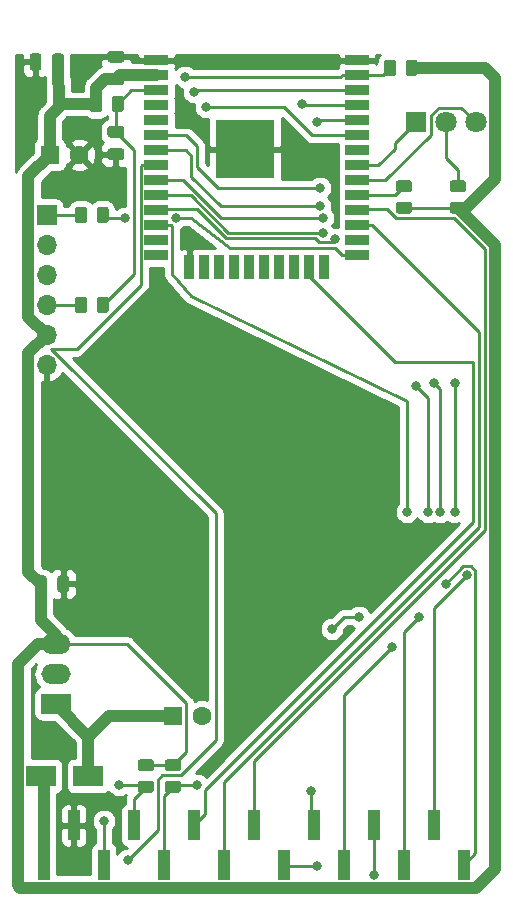
<source format=gbr>
%TF.GenerationSoftware,KiCad,Pcbnew,5.1.9+dfsg1-1*%
%TF.CreationDate,2021-05-25T15:45:51+02:00*%
%TF.ProjectId,vscp-din-wireless-esp32-flat,76736370-2d64-4696-9e2d-776972656c65,rev?*%
%TF.SameCoordinates,Original*%
%TF.FileFunction,Copper,L1,Top*%
%TF.FilePolarity,Positive*%
%FSLAX46Y46*%
G04 Gerber Fmt 4.6, Leading zero omitted, Abs format (unit mm)*
G04 Created by KiCad (PCBNEW 5.1.9+dfsg1-1) date 2021-05-25 15:45:51*
%MOMM*%
%LPD*%
G01*
G04 APERTURE LIST*
%TA.AperFunction,ComponentPad*%
%ADD10O,2.500000X1.700000*%
%TD*%
%TA.AperFunction,ComponentPad*%
%ADD11R,2.500000X1.700000*%
%TD*%
%TA.AperFunction,SMDPad,CuDef*%
%ADD12R,2.500000X1.800000*%
%TD*%
%TA.AperFunction,ComponentPad*%
%ADD13C,1.600000*%
%TD*%
%TA.AperFunction,ComponentPad*%
%ADD14R,1.600000X1.600000*%
%TD*%
%TA.AperFunction,SMDPad,CuDef*%
%ADD15R,1.000000X2.510000*%
%TD*%
%TA.AperFunction,ComponentPad*%
%ADD16C,1.800000*%
%TD*%
%TA.AperFunction,ComponentPad*%
%ADD17R,1.800000X1.800000*%
%TD*%
%TA.AperFunction,SMDPad,CuDef*%
%ADD18R,2.000000X0.900000*%
%TD*%
%TA.AperFunction,SMDPad,CuDef*%
%ADD19R,0.900000X2.000000*%
%TD*%
%TA.AperFunction,SMDPad,CuDef*%
%ADD20R,5.000000X5.000000*%
%TD*%
%TA.AperFunction,ComponentPad*%
%ADD21O,1.700000X1.700000*%
%TD*%
%TA.AperFunction,ComponentPad*%
%ADD22R,1.700000X1.700000*%
%TD*%
%TA.AperFunction,ViaPad*%
%ADD23C,0.800000*%
%TD*%
%TA.AperFunction,Conductor*%
%ADD24C,1.000000*%
%TD*%
%TA.AperFunction,Conductor*%
%ADD25C,0.250000*%
%TD*%
%TA.AperFunction,Conductor*%
%ADD26C,0.254000*%
%TD*%
%TA.AperFunction,Conductor*%
%ADD27C,0.100000*%
%TD*%
G04 APERTURE END LIST*
D10*
%TO.P,U2,3*%
%TO.N,VCC*%
X131064000Y-99568000D03*
%TO.P,U2,2*%
%TO.N,Net-(U2-Pad2)*%
X131064000Y-102108000D03*
D11*
%TO.P,U2,1*%
%TO.N,Net-(C5-Pad1)*%
X131064000Y-104648000D03*
%TD*%
D12*
%TO.P,D2,2*%
%TO.N,Net-(D2-Pad2)*%
X129826000Y-110744000D03*
%TO.P,D2,1*%
%TO.N,Net-(C5-Pad1)*%
X133826000Y-110744000D03*
%TD*%
%TO.P,C6,2*%
%TO.N,GND*%
%TA.AperFunction,SMDPad,CuDef*%
G36*
G01*
X131194000Y-94963000D02*
X131194000Y-94013000D01*
G75*
G02*
X131444000Y-93763000I250000J0D01*
G01*
X131944000Y-93763000D01*
G75*
G02*
X132194000Y-94013000I0J-250000D01*
G01*
X132194000Y-94963000D01*
G75*
G02*
X131944000Y-95213000I-250000J0D01*
G01*
X131444000Y-95213000D01*
G75*
G02*
X131194000Y-94963000I0J250000D01*
G01*
G37*
%TD.AperFunction*%
%TO.P,C6,1*%
%TO.N,VCC*%
%TA.AperFunction,SMDPad,CuDef*%
G36*
G01*
X129294000Y-94963000D02*
X129294000Y-94013000D01*
G75*
G02*
X129544000Y-93763000I250000J0D01*
G01*
X130044000Y-93763000D01*
G75*
G02*
X130294000Y-94013000I0J-250000D01*
G01*
X130294000Y-94963000D01*
G75*
G02*
X130044000Y-95213000I-250000J0D01*
G01*
X129544000Y-95213000D01*
G75*
G02*
X129294000Y-94963000I0J250000D01*
G01*
G37*
%TD.AperFunction*%
%TD*%
D13*
%TO.P,C5,2*%
%TO.N,GND*%
X143470000Y-105664000D03*
D14*
%TO.P,C5,1*%
%TO.N,Net-(C5-Pad1)*%
X140970000Y-105664000D03*
%TD*%
%TO.P,R7,2*%
%TO.N,VCC*%
%TA.AperFunction,SMDPad,CuDef*%
G36*
G01*
X141420001Y-110344000D02*
X140519999Y-110344000D01*
G75*
G02*
X140270000Y-110094001I0J249999D01*
G01*
X140270000Y-109568999D01*
G75*
G02*
X140519999Y-109319000I249999J0D01*
G01*
X141420001Y-109319000D01*
G75*
G02*
X141670000Y-109568999I0J-249999D01*
G01*
X141670000Y-110094001D01*
G75*
G02*
X141420001Y-110344000I-249999J0D01*
G01*
G37*
%TD.AperFunction*%
%TO.P,R7,1*%
%TO.N,/sda*%
%TA.AperFunction,SMDPad,CuDef*%
G36*
G01*
X141420001Y-112169000D02*
X140519999Y-112169000D01*
G75*
G02*
X140270000Y-111919001I0J249999D01*
G01*
X140270000Y-111393999D01*
G75*
G02*
X140519999Y-111144000I249999J0D01*
G01*
X141420001Y-111144000D01*
G75*
G02*
X141670000Y-111393999I0J-249999D01*
G01*
X141670000Y-111919001D01*
G75*
G02*
X141420001Y-112169000I-249999J0D01*
G01*
G37*
%TD.AperFunction*%
%TD*%
D15*
%TO.P,J1,14*%
%TO.N,Net-(J1-Pad14)*%
X163068000Y-114931000D03*
%TO.P,J1,12*%
%TO.N,Net-(J1-Pad12)*%
X157988000Y-114931000D03*
%TO.P,J1,10*%
%TO.N,Net-(J1-Pad10)*%
X152908000Y-114931000D03*
%TO.P,J1,8*%
%TO.N,Net-(J1-Pad8)*%
X147828000Y-114931000D03*
%TO.P,J1,6*%
%TO.N,Net-(J1-Pad6)*%
X142748000Y-114931000D03*
%TO.P,J1,4*%
%TO.N,/scl*%
X137668000Y-114931000D03*
%TO.P,J1,2*%
%TO.N,GND*%
X132588000Y-114931000D03*
%TO.P,J1,15*%
%TO.N,Net-(J1-Pad15)*%
X165608000Y-118241000D03*
%TO.P,J1,13*%
%TO.N,Net-(J1-Pad13)*%
X160528000Y-118241000D03*
%TO.P,J1,11*%
%TO.N,Net-(J1-Pad11)*%
X155448000Y-118241000D03*
%TO.P,J1,9*%
%TO.N,Net-(J1-Pad9)*%
X150368000Y-118241000D03*
%TO.P,J1,7*%
%TO.N,Net-(J1-Pad7)*%
X145288000Y-118241000D03*
%TO.P,J1,5*%
%TO.N,/sda*%
X140208000Y-118241000D03*
%TO.P,J1,3*%
%TO.N,/irq*%
X135128000Y-118241000D03*
%TO.P,J1,1*%
%TO.N,Net-(D2-Pad2)*%
X130048000Y-118241000D03*
%TD*%
%TO.P,C4,2*%
%TO.N,GND*%
%TA.AperFunction,SMDPad,CuDef*%
G36*
G01*
X129852000Y-49817000D02*
X129852000Y-50767000D01*
G75*
G02*
X129602000Y-51017000I-250000J0D01*
G01*
X129102000Y-51017000D01*
G75*
G02*
X128852000Y-50767000I0J250000D01*
G01*
X128852000Y-49817000D01*
G75*
G02*
X129102000Y-49567000I250000J0D01*
G01*
X129602000Y-49567000D01*
G75*
G02*
X129852000Y-49817000I0J-250000D01*
G01*
G37*
%TD.AperFunction*%
%TO.P,C4,1*%
%TO.N,VCC*%
%TA.AperFunction,SMDPad,CuDef*%
G36*
G01*
X131752000Y-49817000D02*
X131752000Y-50767000D01*
G75*
G02*
X131502000Y-51017000I-250000J0D01*
G01*
X131002000Y-51017000D01*
G75*
G02*
X130752000Y-50767000I0J250000D01*
G01*
X130752000Y-49817000D01*
G75*
G02*
X131002000Y-49567000I250000J0D01*
G01*
X131502000Y-49567000D01*
G75*
G02*
X131752000Y-49817000I0J-250000D01*
G01*
G37*
%TD.AperFunction*%
%TD*%
%TO.P,R6,2*%
%TO.N,VCC*%
%TA.AperFunction,SMDPad,CuDef*%
G36*
G01*
X160674000Y-51250001D02*
X160674000Y-50349999D01*
G75*
G02*
X160923999Y-50100000I249999J0D01*
G01*
X161449001Y-50100000D01*
G75*
G02*
X161699000Y-50349999I0J-249999D01*
G01*
X161699000Y-51250001D01*
G75*
G02*
X161449001Y-51500000I-249999J0D01*
G01*
X160923999Y-51500000D01*
G75*
G02*
X160674000Y-51250001I0J249999D01*
G01*
G37*
%TD.AperFunction*%
%TO.P,R6,1*%
%TO.N,/irq*%
%TA.AperFunction,SMDPad,CuDef*%
G36*
G01*
X158849000Y-51250001D02*
X158849000Y-50349999D01*
G75*
G02*
X159098999Y-50100000I249999J0D01*
G01*
X159624001Y-50100000D01*
G75*
G02*
X159874000Y-50349999I0J-249999D01*
G01*
X159874000Y-51250001D01*
G75*
G02*
X159624001Y-51500000I-249999J0D01*
G01*
X159098999Y-51500000D01*
G75*
G02*
X158849000Y-51250001I0J249999D01*
G01*
G37*
%TD.AperFunction*%
%TD*%
D16*
%TO.P,D1,3*%
%TO.N,/leda*%
X166624000Y-55372000D03*
%TO.P,D1,2*%
%TO.N,Net-(D1-Pad2)*%
X164084000Y-55372000D03*
D17*
%TO.P,D1,1*%
%TO.N,/ledb*%
X161544000Y-55372000D03*
%TD*%
%TO.P,R2,2*%
%TO.N,Net-(D1-Pad2)*%
%TA.AperFunction,SMDPad,CuDef*%
G36*
G01*
X165550001Y-61322000D02*
X164649999Y-61322000D01*
G75*
G02*
X164400000Y-61072001I0J249999D01*
G01*
X164400000Y-60546999D01*
G75*
G02*
X164649999Y-60297000I249999J0D01*
G01*
X165550001Y-60297000D01*
G75*
G02*
X165800000Y-60546999I0J-249999D01*
G01*
X165800000Y-61072001D01*
G75*
G02*
X165550001Y-61322000I-249999J0D01*
G01*
G37*
%TD.AperFunction*%
%TO.P,R2,1*%
%TO.N,VCC*%
%TA.AperFunction,SMDPad,CuDef*%
G36*
G01*
X165550001Y-63147000D02*
X164649999Y-63147000D01*
G75*
G02*
X164400000Y-62897001I0J249999D01*
G01*
X164400000Y-62371999D01*
G75*
G02*
X164649999Y-62122000I249999J0D01*
G01*
X165550001Y-62122000D01*
G75*
G02*
X165800000Y-62371999I0J-249999D01*
G01*
X165800000Y-62897001D01*
G75*
G02*
X165550001Y-63147000I-249999J0D01*
G01*
G37*
%TD.AperFunction*%
%TD*%
D18*
%TO.P,U1,38*%
%TO.N,GND*%
X156582000Y-50165000D03*
%TO.P,U1,37*%
%TO.N,/irq*%
X156582000Y-51435000D03*
%TO.P,U1,36*%
%TO.N,/scl*%
X156582000Y-52705000D03*
%TO.P,U1,35*%
%TO.N,/TXD*%
X156582000Y-53975000D03*
%TO.P,U1,34*%
%TO.N,/RXD*%
X156582000Y-55245000D03*
%TO.P,U1,33*%
%TO.N,/sda*%
X156582000Y-56515000D03*
%TO.P,U1,32*%
%TO.N,Net-(U1-Pad32)*%
X156582000Y-57785000D03*
%TO.P,U1,31*%
%TO.N,/ledb*%
X156582000Y-59055000D03*
%TO.P,U1,30*%
%TO.N,/leda*%
X156582000Y-60325000D03*
%TO.P,U1,29*%
%TO.N,Net-(R1-Pad2)*%
X156582000Y-61595000D03*
%TO.P,U1,28*%
%TO.N,Net-(J1-Pad8)*%
X156582000Y-62865000D03*
%TO.P,U1,27*%
%TO.N,Net-(J1-Pad7)*%
X156582000Y-64135000D03*
%TO.P,U1,26*%
%TO.N,Net-(U1-Pad26)*%
X156582000Y-65405000D03*
%TO.P,U1,25*%
%TO.N,Net-(R5-Pad1)*%
X156582000Y-66675000D03*
D19*
%TO.P,U1,24*%
%TO.N,/gpio2*%
X153797000Y-67675000D03*
%TO.P,U1,23*%
%TO.N,Net-(J1-Pad6)*%
X152527000Y-67675000D03*
%TO.P,U1,22*%
%TO.N,Net-(U1-Pad22)*%
X151257000Y-67675000D03*
%TO.P,U1,21*%
%TO.N,Net-(U1-Pad21)*%
X149987000Y-67675000D03*
%TO.P,U1,20*%
%TO.N,Net-(U1-Pad20)*%
X148717000Y-67675000D03*
%TO.P,U1,19*%
%TO.N,Net-(U1-Pad19)*%
X147447000Y-67675000D03*
%TO.P,U1,18*%
%TO.N,Net-(U1-Pad18)*%
X146177000Y-67675000D03*
%TO.P,U1,17*%
%TO.N,Net-(U1-Pad17)*%
X144907000Y-67675000D03*
%TO.P,U1,16*%
%TO.N,Net-(U1-Pad16)*%
X143637000Y-67675000D03*
%TO.P,U1,15*%
%TO.N,GND*%
X142367000Y-67675000D03*
D18*
%TO.P,U1,14*%
%TO.N,Net-(U1-Pad14)*%
X139582000Y-66675000D03*
%TO.P,U1,13*%
%TO.N,Net-(U1-Pad13)*%
X139582000Y-65405000D03*
%TO.P,U1,12*%
%TO.N,Net-(J1-Pad11)*%
X139582000Y-64135000D03*
%TO.P,U1,11*%
%TO.N,Net-(J1-Pad10)*%
X139582000Y-62865000D03*
%TO.P,U1,10*%
%TO.N,Net-(J1-Pad9)*%
X139582000Y-61595000D03*
%TO.P,U1,9*%
%TO.N,Net-(J1-Pad13)*%
X139582000Y-60325000D03*
%TO.P,U1,8*%
%TO.N,Net-(J1-Pad12)*%
X139582000Y-59055000D03*
%TO.P,U1,7*%
%TO.N,Net-(J1-Pad15)*%
X139582000Y-57785000D03*
%TO.P,U1,6*%
%TO.N,Net-(J1-Pad14)*%
X139582000Y-56515000D03*
%TO.P,U1,5*%
%TO.N,Net-(U1-Pad5)*%
X139582000Y-55245000D03*
%TO.P,U1,4*%
%TO.N,Net-(U1-Pad4)*%
X139582000Y-53975000D03*
%TO.P,U1,3*%
%TO.N,/reset*%
X139582000Y-52705000D03*
%TO.P,U1,2*%
%TO.N,VCC*%
X139582000Y-51435000D03*
%TO.P,U1,1*%
%TO.N,GND*%
X139582000Y-50165000D03*
D20*
%TO.P,U1,39*%
X147082000Y-57665000D03*
%TD*%
%TO.P,R8,2*%
%TO.N,VCC*%
%TA.AperFunction,SMDPad,CuDef*%
G36*
G01*
X139134001Y-110344000D02*
X138233999Y-110344000D01*
G75*
G02*
X137984000Y-110094001I0J249999D01*
G01*
X137984000Y-109568999D01*
G75*
G02*
X138233999Y-109319000I249999J0D01*
G01*
X139134001Y-109319000D01*
G75*
G02*
X139384000Y-109568999I0J-249999D01*
G01*
X139384000Y-110094001D01*
G75*
G02*
X139134001Y-110344000I-249999J0D01*
G01*
G37*
%TD.AperFunction*%
%TO.P,R8,1*%
%TO.N,/scl*%
%TA.AperFunction,SMDPad,CuDef*%
G36*
G01*
X139134001Y-112169000D02*
X138233999Y-112169000D01*
G75*
G02*
X137984000Y-111919001I0J249999D01*
G01*
X137984000Y-111393999D01*
G75*
G02*
X138233999Y-111144000I249999J0D01*
G01*
X139134001Y-111144000D01*
G75*
G02*
X139384000Y-111393999I0J-249999D01*
G01*
X139384000Y-111919001D01*
G75*
G02*
X139134001Y-112169000I-249999J0D01*
G01*
G37*
%TD.AperFunction*%
%TD*%
%TO.P,R4,2*%
%TO.N,/reset*%
%TA.AperFunction,SMDPad,CuDef*%
G36*
G01*
X135782000Y-54298001D02*
X135782000Y-53397999D01*
G75*
G02*
X136031999Y-53148000I249999J0D01*
G01*
X136557001Y-53148000D01*
G75*
G02*
X136807000Y-53397999I0J-249999D01*
G01*
X136807000Y-54298001D01*
G75*
G02*
X136557001Y-54548000I-249999J0D01*
G01*
X136031999Y-54548000D01*
G75*
G02*
X135782000Y-54298001I0J249999D01*
G01*
G37*
%TD.AperFunction*%
%TO.P,R4,1*%
%TO.N,VCC*%
%TA.AperFunction,SMDPad,CuDef*%
G36*
G01*
X133957000Y-54298001D02*
X133957000Y-53397999D01*
G75*
G02*
X134206999Y-53148000I249999J0D01*
G01*
X134732001Y-53148000D01*
G75*
G02*
X134982000Y-53397999I0J-249999D01*
G01*
X134982000Y-54298001D01*
G75*
G02*
X134732001Y-54548000I-249999J0D01*
G01*
X134206999Y-54548000D01*
G75*
G02*
X133957000Y-54298001I0J249999D01*
G01*
G37*
%TD.AperFunction*%
%TD*%
%TO.P,R5,2*%
%TO.N,/FLASH*%
%TA.AperFunction,SMDPad,CuDef*%
G36*
G01*
X133712000Y-62795999D02*
X133712000Y-63696001D01*
G75*
G02*
X133462001Y-63946000I-249999J0D01*
G01*
X132936999Y-63946000D01*
G75*
G02*
X132687000Y-63696001I0J249999D01*
G01*
X132687000Y-62795999D01*
G75*
G02*
X132936999Y-62546000I249999J0D01*
G01*
X133462001Y-62546000D01*
G75*
G02*
X133712000Y-62795999I0J-249999D01*
G01*
G37*
%TD.AperFunction*%
%TO.P,R5,1*%
%TO.N,Net-(R5-Pad1)*%
%TA.AperFunction,SMDPad,CuDef*%
G36*
G01*
X135537000Y-62795999D02*
X135537000Y-63696001D01*
G75*
G02*
X135287001Y-63946000I-249999J0D01*
G01*
X134761999Y-63946000D01*
G75*
G02*
X134512000Y-63696001I0J249999D01*
G01*
X134512000Y-62795999D01*
G75*
G02*
X134761999Y-62546000I249999J0D01*
G01*
X135287001Y-62546000D01*
G75*
G02*
X135537000Y-62795999I0J-249999D01*
G01*
G37*
%TD.AperFunction*%
%TD*%
%TO.P,R3,2*%
%TO.N,/reset*%
%TA.AperFunction,SMDPad,CuDef*%
G36*
G01*
X134512000Y-71316001D02*
X134512000Y-70415999D01*
G75*
G02*
X134761999Y-70166000I249999J0D01*
G01*
X135287001Y-70166000D01*
G75*
G02*
X135537000Y-70415999I0J-249999D01*
G01*
X135537000Y-71316001D01*
G75*
G02*
X135287001Y-71566000I-249999J0D01*
G01*
X134761999Y-71566000D01*
G75*
G02*
X134512000Y-71316001I0J249999D01*
G01*
G37*
%TD.AperFunction*%
%TO.P,R3,1*%
%TO.N,/RESET*%
%TA.AperFunction,SMDPad,CuDef*%
G36*
G01*
X132687000Y-71316001D02*
X132687000Y-70415999D01*
G75*
G02*
X132936999Y-70166000I249999J0D01*
G01*
X133462001Y-70166000D01*
G75*
G02*
X133712000Y-70415999I0J-249999D01*
G01*
X133712000Y-71316001D01*
G75*
G02*
X133462001Y-71566000I-249999J0D01*
G01*
X132936999Y-71566000D01*
G75*
G02*
X132687000Y-71316001I0J249999D01*
G01*
G37*
%TD.AperFunction*%
%TD*%
%TO.P,R1,2*%
%TO.N,Net-(R1-Pad2)*%
%TA.AperFunction,SMDPad,CuDef*%
G36*
G01*
X160978001Y-61322000D02*
X160077999Y-61322000D01*
G75*
G02*
X159828000Y-61072001I0J249999D01*
G01*
X159828000Y-60546999D01*
G75*
G02*
X160077999Y-60297000I249999J0D01*
G01*
X160978001Y-60297000D01*
G75*
G02*
X161228000Y-60546999I0J-249999D01*
G01*
X161228000Y-61072001D01*
G75*
G02*
X160978001Y-61322000I-249999J0D01*
G01*
G37*
%TD.AperFunction*%
%TO.P,R1,1*%
%TO.N,VCC*%
%TA.AperFunction,SMDPad,CuDef*%
G36*
G01*
X160978001Y-63147000D02*
X160077999Y-63147000D01*
G75*
G02*
X159828000Y-62897001I0J249999D01*
G01*
X159828000Y-62371999D01*
G75*
G02*
X160077999Y-62122000I249999J0D01*
G01*
X160978001Y-62122000D01*
G75*
G02*
X161228000Y-62371999I0J-249999D01*
G01*
X161228000Y-62897001D01*
G75*
G02*
X160978001Y-63147000I-249999J0D01*
G01*
G37*
%TD.AperFunction*%
%TD*%
%TO.P,C1,2*%
%TO.N,GND*%
%TA.AperFunction,SMDPad,CuDef*%
G36*
G01*
X136619000Y-50350000D02*
X135669000Y-50350000D01*
G75*
G02*
X135419000Y-50100000I0J250000D01*
G01*
X135419000Y-49600000D01*
G75*
G02*
X135669000Y-49350000I250000J0D01*
G01*
X136619000Y-49350000D01*
G75*
G02*
X136869000Y-49600000I0J-250000D01*
G01*
X136869000Y-50100000D01*
G75*
G02*
X136619000Y-50350000I-250000J0D01*
G01*
G37*
%TD.AperFunction*%
%TO.P,C1,1*%
%TO.N,VCC*%
%TA.AperFunction,SMDPad,CuDef*%
G36*
G01*
X136619000Y-52250000D02*
X135669000Y-52250000D01*
G75*
G02*
X135419000Y-52000000I0J250000D01*
G01*
X135419000Y-51500000D01*
G75*
G02*
X135669000Y-51250000I250000J0D01*
G01*
X136619000Y-51250000D01*
G75*
G02*
X136869000Y-51500000I0J-250000D01*
G01*
X136869000Y-52000000D01*
G75*
G02*
X136619000Y-52250000I-250000J0D01*
G01*
G37*
%TD.AperFunction*%
%TD*%
%TO.P,C3,2*%
%TO.N,GND*%
%TA.AperFunction,SMDPad,CuDef*%
G36*
G01*
X135669000Y-57600000D02*
X136619000Y-57600000D01*
G75*
G02*
X136869000Y-57850000I0J-250000D01*
G01*
X136869000Y-58350000D01*
G75*
G02*
X136619000Y-58600000I-250000J0D01*
G01*
X135669000Y-58600000D01*
G75*
G02*
X135419000Y-58350000I0J250000D01*
G01*
X135419000Y-57850000D01*
G75*
G02*
X135669000Y-57600000I250000J0D01*
G01*
G37*
%TD.AperFunction*%
%TO.P,C3,1*%
%TO.N,/reset*%
%TA.AperFunction,SMDPad,CuDef*%
G36*
G01*
X135669000Y-55700000D02*
X136619000Y-55700000D01*
G75*
G02*
X136869000Y-55950000I0J-250000D01*
G01*
X136869000Y-56450000D01*
G75*
G02*
X136619000Y-56700000I-250000J0D01*
G01*
X135669000Y-56700000D01*
G75*
G02*
X135419000Y-56450000I0J250000D01*
G01*
X135419000Y-55950000D01*
G75*
G02*
X135669000Y-55700000I250000J0D01*
G01*
G37*
%TD.AperFunction*%
%TD*%
D13*
%TO.P,C2,2*%
%TO.N,GND*%
X133056000Y-58166000D03*
D14*
%TO.P,C2,1*%
%TO.N,VCC*%
X130556000Y-58166000D03*
%TD*%
D21*
%TO.P,J3,6*%
%TO.N,GND*%
X130302000Y-75946000D03*
%TO.P,J3,5*%
%TO.N,VCC*%
X130302000Y-73406000D03*
%TO.P,J3,4*%
%TO.N,/RESET*%
X130302000Y-70866000D03*
%TO.P,J3,3*%
%TO.N,/RXD*%
X130302000Y-68326000D03*
%TO.P,J3,2*%
%TO.N,/TXD*%
X130302000Y-65786000D03*
D22*
%TO.P,J3,1*%
%TO.N,/FLASH*%
X130302000Y-63246000D03*
%TD*%
D23*
%TO.N,GND*%
X150114000Y-95250000D03*
X138430000Y-75946000D03*
X136906000Y-95758000D03*
X130810000Y-106680000D03*
X133096000Y-52324000D03*
X128270000Y-52070000D03*
X154432000Y-57912000D03*
X143764000Y-65786000D03*
X151384000Y-58928000D03*
X153416000Y-50292000D03*
%TO.N,/sda*%
X143764000Y-54102000D03*
X143002000Y-111506000D03*
%TO.N,/scl*%
X142748000Y-52832000D03*
X136398000Y-111506000D03*
%TO.N,/TXD*%
X151892000Y-53848000D03*
%TO.N,/RXD*%
X153162000Y-55372000D03*
%TO.N,/irq*%
X141986000Y-51562000D03*
X135128000Y-114554000D03*
%TO.N,Net-(R5-Pad1)*%
X141261000Y-63500000D03*
X136906000Y-63500000D03*
%TO.N,Net-(J1-Pad12)*%
X137160000Y-117856000D03*
X157988000Y-119126000D03*
%TO.N,Net-(J1-Pad11)*%
X159512000Y-99822000D03*
X160782000Y-88392000D03*
%TO.N,Net-(J1-Pad10)*%
X154686000Y-65278000D03*
X156718000Y-97282000D03*
X154432000Y-98298000D03*
X152654000Y-112014000D03*
%TO.N,Net-(J1-Pad9)*%
X153670000Y-64770000D03*
X153162000Y-118401000D03*
%TO.N,Net-(J1-Pad14)*%
X165862000Y-93726000D03*
X164846000Y-88392000D03*
X164846000Y-77470000D03*
X153416000Y-60960000D03*
%TO.N,Net-(J1-Pad15)*%
X164079347Y-94483347D03*
X163576000Y-88392000D03*
X163068000Y-77470000D03*
X153416000Y-62484000D03*
%TO.N,Net-(J1-Pad13)*%
X161798000Y-97282000D03*
X162560000Y-88392000D03*
X161544000Y-77724000D03*
X153670000Y-63500000D03*
%TD*%
D24*
%TO.N,VCC*%
X134469500Y-52474500D02*
X134469500Y-53848000D01*
X135194000Y-51750000D02*
X134469500Y-52474500D01*
X136144000Y-51750000D02*
X135570000Y-51750000D01*
D25*
X135570000Y-51750000D02*
X135194000Y-51750000D01*
D24*
X130556000Y-58166000D02*
X130556000Y-54864000D01*
X131572000Y-53848000D02*
X134469500Y-53848000D01*
X130556000Y-54864000D02*
X131572000Y-53848000D01*
D25*
X160528000Y-62634500D02*
X165100000Y-62634500D01*
D24*
X161186500Y-50800000D02*
X167386000Y-50800000D01*
X165800000Y-62634500D02*
X165100000Y-62634500D01*
X168224001Y-60210499D02*
X165800000Y-62634500D01*
X168224001Y-51638001D02*
X168224001Y-60210499D01*
X167386000Y-50800000D02*
X168224001Y-51638001D01*
X131064000Y-99568000D02*
X131064000Y-98806000D01*
X129794000Y-97536000D02*
X129794000Y-94488000D01*
X131064000Y-98806000D02*
X129794000Y-97536000D01*
D25*
X138684000Y-109831500D02*
X140970000Y-109831500D01*
X142095001Y-104603999D02*
X137059002Y-99568000D01*
X137059002Y-99568000D02*
X131064000Y-99568000D01*
X142095001Y-108704001D02*
X142095001Y-104603999D01*
X140967502Y-109831500D02*
X142095001Y-108704001D01*
X138684000Y-109831500D02*
X140967502Y-109831500D01*
D24*
X128751999Y-71855999D02*
X130302000Y-73406000D01*
X128751999Y-59970001D02*
X128751999Y-71855999D01*
X130556000Y-58166000D02*
X128751999Y-59970001D01*
X127875999Y-101232001D02*
X127875999Y-120001999D01*
X127875999Y-120001999D02*
X128070001Y-120196001D01*
X129540000Y-99568000D02*
X127875999Y-101232001D01*
X131064000Y-99568000D02*
X129540000Y-99568000D01*
X168249990Y-65784490D02*
X165100000Y-62634500D01*
X168249990Y-118614012D02*
X168249990Y-65784490D01*
X166614012Y-120249990D02*
X168249990Y-118614012D01*
X148697990Y-120249990D02*
X166614012Y-120249990D01*
X128070001Y-120196001D02*
X148697990Y-120249990D01*
X136459000Y-51435000D02*
X136144000Y-51750000D01*
X139582000Y-51435000D02*
X136459000Y-51435000D01*
X131252000Y-50292000D02*
X131318000Y-54102000D01*
X128751999Y-74956001D02*
X130302000Y-73406000D01*
X128751999Y-93445999D02*
X128751999Y-74956001D01*
X129794000Y-94488000D02*
X128751999Y-93445999D01*
D25*
%TO.N,/reset*%
X136144000Y-53998500D02*
X136294500Y-53848000D01*
X136144000Y-56200000D02*
X136144000Y-53998500D01*
X137437500Y-52705000D02*
X136294500Y-53848000D01*
X139582000Y-52705000D02*
X137437500Y-52705000D01*
X135024500Y-70866000D02*
X137668000Y-68222500D01*
X137668000Y-57724000D02*
X136144000Y-56200000D01*
X137668000Y-68222500D02*
X137668000Y-57724000D01*
%TO.N,/leda*%
X155938000Y-59944000D02*
X157188000Y-59944000D01*
X165398999Y-54146999D02*
X166624000Y-55372000D01*
X163495999Y-54146999D02*
X165398999Y-54146999D01*
X162858999Y-54783999D02*
X163495999Y-54146999D01*
X162858999Y-56442003D02*
X162858999Y-54783999D01*
X158976002Y-60325000D02*
X162858999Y-56442003D01*
X156582000Y-60325000D02*
X158976002Y-60325000D01*
%TO.N,/ledb*%
X155938000Y-58674000D02*
X157188000Y-58674000D01*
X156582000Y-59055000D02*
X158369000Y-59055000D01*
X158369000Y-59055000D02*
X159766000Y-57658000D01*
X159766000Y-57150000D02*
X161544000Y-55372000D01*
X159766000Y-57658000D02*
X159766000Y-57150000D01*
%TO.N,/sda*%
X140208000Y-112418500D02*
X140970000Y-111656500D01*
X140208000Y-118241000D02*
X140208000Y-112418500D01*
X156582000Y-56515000D02*
X152781000Y-56515000D01*
X150368000Y-54102000D02*
X143764000Y-54102000D01*
X152781000Y-56515000D02*
X150368000Y-54102000D01*
X141120500Y-111506000D02*
X140970000Y-111656500D01*
X143002000Y-111506000D02*
X141120500Y-111506000D01*
%TO.N,/scl*%
X137668000Y-112672500D02*
X138684000Y-111656500D01*
X137668000Y-114931000D02*
X137668000Y-112672500D01*
X142875000Y-52705000D02*
X142748000Y-52832000D01*
X156582000Y-52705000D02*
X142875000Y-52705000D01*
X138533500Y-111506000D02*
X138684000Y-111656500D01*
X136398000Y-111506000D02*
X138533500Y-111506000D01*
%TO.N,/FLASH*%
X130302000Y-63246000D02*
X133199500Y-63246000D01*
%TO.N,/TXD*%
X152019000Y-53975000D02*
X151892000Y-53848000D01*
X156582000Y-53975000D02*
X152019000Y-53975000D01*
%TO.N,/RXD*%
X153289000Y-55245000D02*
X153162000Y-55372000D01*
X156582000Y-55245000D02*
X153289000Y-55245000D01*
%TO.N,/RESET*%
X130302000Y-70866000D02*
X133199500Y-70866000D01*
%TO.N,Net-(R1-Pad2)*%
X159742500Y-61595000D02*
X160528000Y-60809500D01*
X156582000Y-61595000D02*
X159742500Y-61595000D01*
%TO.N,/irq*%
X158726500Y-51435000D02*
X159361500Y-50800000D01*
X156582000Y-51435000D02*
X158726500Y-51435000D01*
X155205000Y-51562000D02*
X141986000Y-51562000D01*
X155332000Y-51435000D02*
X155205000Y-51562000D01*
X156582000Y-51435000D02*
X155332000Y-51435000D01*
X135128000Y-114554000D02*
X135128000Y-118241000D01*
%TO.N,Net-(D1-Pad2)*%
X164084000Y-55372000D02*
X164084000Y-58420000D01*
X165100000Y-59436000D02*
X165100000Y-60809500D01*
X164084000Y-58420000D02*
X165100000Y-59436000D01*
%TO.N,Net-(R5-Pad1)*%
X135278500Y-63500000D02*
X135024500Y-63246000D01*
X136906000Y-63500000D02*
X135278500Y-63500000D01*
X142494000Y-63500000D02*
X141261000Y-63500000D01*
X145789425Y-66040000D02*
X142494000Y-63500000D01*
X154686000Y-66029000D02*
X145789425Y-66040000D01*
X155332000Y-66675000D02*
X154686000Y-66029000D01*
X156582000Y-66675000D02*
X155332000Y-66675000D01*
%TO.N,Net-(J1-Pad12)*%
X139709010Y-115306990D02*
X137160000Y-117856000D01*
X139709010Y-111056510D02*
X139709010Y-115306990D01*
X140096510Y-110669010D02*
X139709010Y-111056510D01*
X141658180Y-110669010D02*
X140096510Y-110669010D01*
X144595001Y-88499999D02*
X144595001Y-107732189D01*
X130676003Y-74581001D02*
X144595001Y-88499999D01*
X132835189Y-74581001D02*
X130676003Y-74581001D01*
X138256999Y-69159191D02*
X132835189Y-74581001D01*
X138256999Y-59130001D02*
X138256999Y-69159191D01*
X144595001Y-107732189D02*
X141658180Y-110669010D01*
X138332000Y-59055000D02*
X138256999Y-59130001D01*
X139582000Y-59055000D02*
X138332000Y-59055000D01*
X157988000Y-119126000D02*
X157988000Y-114931000D01*
%TO.N,Net-(J1-Pad11)*%
X155448000Y-103886000D02*
X159512000Y-99822000D01*
X155448000Y-118241000D02*
X155448000Y-103886000D01*
X140832000Y-64135000D02*
X139582000Y-64135000D01*
X140912999Y-64215999D02*
X140832000Y-64135000D01*
X140912999Y-68256001D02*
X140912999Y-64215999D01*
X142494000Y-70104000D02*
X140912999Y-68256001D01*
X160782000Y-78994000D02*
X142494000Y-70104000D01*
X160782000Y-88392000D02*
X160782000Y-78994000D01*
%TO.N,Net-(J1-Pad10)*%
X154468999Y-65495001D02*
X154686000Y-65278000D01*
X153321999Y-65495001D02*
X154468999Y-65495001D01*
X153047008Y-65220010D02*
X153321999Y-65495001D01*
X145481190Y-65220010D02*
X153047008Y-65220010D01*
X143036179Y-62774999D02*
X145481190Y-65220010D01*
X139672001Y-62774999D02*
X143036179Y-62774999D01*
X139582000Y-62865000D02*
X139672001Y-62774999D01*
X155448000Y-97282000D02*
X154432000Y-98298000D01*
X156718000Y-97282000D02*
X155448000Y-97282000D01*
X152654000Y-114677000D02*
X152908000Y-114931000D01*
X152654000Y-112014000D02*
X152654000Y-114677000D01*
%TO.N,Net-(J1-Pad9)*%
X145667590Y-64770000D02*
X153670000Y-64770000D01*
X142492590Y-61595000D02*
X145667590Y-64770000D01*
X139582000Y-61595000D02*
X142492590Y-61595000D01*
X150528000Y-118401000D02*
X150368000Y-118241000D01*
X153162000Y-118401000D02*
X150528000Y-118401000D01*
%TO.N,Net-(J1-Pad8)*%
X156709000Y-62738000D02*
X156582000Y-62865000D01*
X159105810Y-62738000D02*
X156709000Y-62738000D01*
X159867810Y-63500000D02*
X159105810Y-62738000D01*
X164798760Y-63500000D02*
X159867810Y-63500000D01*
X167386000Y-66087240D02*
X164798760Y-63500000D01*
X167386000Y-89916000D02*
X167386000Y-66087240D01*
X147828000Y-109474000D02*
X167386000Y-89916000D01*
X147828000Y-114931000D02*
X147828000Y-109474000D01*
%TO.N,Net-(J1-Pad7)*%
X145288000Y-111252000D02*
X166878000Y-89662000D01*
X145288000Y-118241000D02*
X145288000Y-111252000D01*
X157832000Y-64135000D02*
X156582000Y-64135000D01*
X166878000Y-73181000D02*
X157832000Y-64135000D01*
X166878000Y-89662000D02*
X166878000Y-73181000D01*
%TO.N,Net-(J1-Pad6)*%
X143727001Y-113951999D02*
X143727001Y-111912980D01*
X142748000Y-114931000D02*
X143727001Y-113951999D01*
X143727001Y-111912980D02*
X166370000Y-89269981D01*
X166370000Y-89269981D02*
X166370000Y-75692000D01*
X159778998Y-75692000D02*
X152527000Y-68440002D01*
X152527000Y-68440002D02*
X152527000Y-67675000D01*
X166370000Y-75692000D02*
X159778998Y-75692000D01*
%TO.N,Net-(J1-Pad14)*%
X163068000Y-96520000D02*
X165862000Y-93726000D01*
X163068000Y-114931000D02*
X163068000Y-96520000D01*
X164846000Y-88392000D02*
X164846000Y-77470000D01*
X140346998Y-56515000D02*
X139582000Y-56515000D01*
X153416000Y-60960000D02*
X144791998Y-60960000D01*
X144791998Y-60960000D02*
X143002000Y-59170002D01*
X143002000Y-59170002D02*
X143002000Y-57404000D01*
X142113000Y-56515000D02*
X139582000Y-56515000D01*
X143002000Y-57404000D02*
X142113000Y-56515000D01*
%TO.N,Net-(J1-Pad15)*%
X165561695Y-93000999D02*
X164079347Y-94483347D01*
X166210001Y-93000999D02*
X165561695Y-93000999D01*
X166587001Y-93377999D02*
X166210001Y-93000999D01*
X166587001Y-117261999D02*
X166587001Y-93377999D01*
X165608000Y-118241000D02*
X166587001Y-117261999D01*
X163576000Y-77978000D02*
X163068000Y-77470000D01*
X163576000Y-88392000D02*
X163576000Y-77978000D01*
X140347002Y-57785000D02*
X139582000Y-57785000D01*
X153416000Y-62484000D02*
X145046002Y-62484000D01*
X145046002Y-62484000D02*
X142551990Y-59989988D01*
X142551990Y-59989988D02*
X142551990Y-58223990D01*
X142113000Y-57785000D02*
X139582000Y-57785000D01*
X142551990Y-58223990D02*
X142113000Y-57785000D01*
%TO.N,Net-(J1-Pad13)*%
X160528000Y-98552000D02*
X161798000Y-97282000D01*
X160528000Y-118241000D02*
X160528000Y-98552000D01*
X162560000Y-78740000D02*
X161544000Y-77724000D01*
X162560000Y-88392000D02*
X162560000Y-78740000D01*
X153670000Y-63500000D02*
X145034000Y-63500000D01*
X141859000Y-60325000D02*
X139582000Y-60325000D01*
X145034000Y-63500000D02*
X141859000Y-60325000D01*
D24*
%TO.N,Net-(D2-Pad2)*%
X130048000Y-110966000D02*
X129826000Y-110744000D01*
X130048000Y-118241000D02*
X130048000Y-110966000D01*
%TO.N,Net-(C5-Pad1)*%
X133826000Y-107410000D02*
X131064000Y-104648000D01*
X133826000Y-110744000D02*
X133826000Y-107410000D01*
X135572000Y-105664000D02*
X133826000Y-107410000D01*
X140970000Y-105664000D02*
X135572000Y-105664000D01*
%TD*%
D26*
%TO.N,GND*%
X129285401Y-101536966D02*
X129200487Y-101816889D01*
X129171815Y-102108000D01*
X129200487Y-102399111D01*
X129285401Y-102679034D01*
X129423294Y-102937014D01*
X129608866Y-103163134D01*
X129638687Y-103187607D01*
X129569820Y-103208498D01*
X129459506Y-103267463D01*
X129362815Y-103346815D01*
X129283463Y-103443506D01*
X129224498Y-103553820D01*
X129188188Y-103673518D01*
X129175928Y-103798000D01*
X129175928Y-105498000D01*
X129188188Y-105622482D01*
X129224498Y-105742180D01*
X129283463Y-105852494D01*
X129362815Y-105949185D01*
X129459506Y-106028537D01*
X129569820Y-106087502D01*
X129689518Y-106123812D01*
X129814000Y-106136072D01*
X130946941Y-106136072D01*
X132691001Y-107880133D01*
X132691000Y-109205928D01*
X132576000Y-109205928D01*
X132451518Y-109218188D01*
X132331820Y-109254498D01*
X132221506Y-109313463D01*
X132124815Y-109392815D01*
X132045463Y-109489506D01*
X131986498Y-109599820D01*
X131950188Y-109719518D01*
X131937928Y-109844000D01*
X131937928Y-111644000D01*
X131950188Y-111768482D01*
X131986498Y-111888180D01*
X132045463Y-111998494D01*
X132124815Y-112095185D01*
X132221506Y-112174537D01*
X132331820Y-112233502D01*
X132451518Y-112269812D01*
X132576000Y-112282072D01*
X135076000Y-112282072D01*
X135200482Y-112269812D01*
X135320180Y-112233502D01*
X135430494Y-112174537D01*
X135527185Y-112095185D01*
X135538051Y-112081945D01*
X135594063Y-112165774D01*
X135738226Y-112309937D01*
X135907744Y-112423205D01*
X136096102Y-112501226D01*
X136296061Y-112541000D01*
X136499939Y-112541000D01*
X136699898Y-112501226D01*
X136888256Y-112423205D01*
X136967964Y-112369946D01*
X136962454Y-112380254D01*
X136918998Y-112523515D01*
X136904324Y-112672500D01*
X136908001Y-112709832D01*
X136908001Y-113094954D01*
X136813506Y-113145463D01*
X136716815Y-113224815D01*
X136637463Y-113321506D01*
X136578498Y-113431820D01*
X136542188Y-113551518D01*
X136529928Y-113676000D01*
X136529928Y-116186000D01*
X136542188Y-116310482D01*
X136578498Y-116430180D01*
X136637463Y-116540494D01*
X136716815Y-116637185D01*
X136813506Y-116716537D01*
X136923820Y-116775502D01*
X137043518Y-116811812D01*
X137121688Y-116819511D01*
X137120199Y-116821000D01*
X137058061Y-116821000D01*
X136858102Y-116860774D01*
X136669744Y-116938795D01*
X136500226Y-117052063D01*
X136356063Y-117196226D01*
X136266072Y-117330907D01*
X136266072Y-116986000D01*
X136253812Y-116861518D01*
X136217502Y-116741820D01*
X136158537Y-116631506D01*
X136079185Y-116534815D01*
X135982494Y-116455463D01*
X135888000Y-116404954D01*
X135888000Y-115257711D01*
X135931937Y-115213774D01*
X136045205Y-115044256D01*
X136123226Y-114855898D01*
X136163000Y-114655939D01*
X136163000Y-114452061D01*
X136123226Y-114252102D01*
X136045205Y-114063744D01*
X135931937Y-113894226D01*
X135787774Y-113750063D01*
X135618256Y-113636795D01*
X135429898Y-113558774D01*
X135229939Y-113519000D01*
X135026061Y-113519000D01*
X134826102Y-113558774D01*
X134637744Y-113636795D01*
X134468226Y-113750063D01*
X134324063Y-113894226D01*
X134210795Y-114063744D01*
X134132774Y-114252102D01*
X134093000Y-114452061D01*
X134093000Y-114655939D01*
X134132774Y-114855898D01*
X134210795Y-115044256D01*
X134324063Y-115213774D01*
X134368000Y-115257711D01*
X134368001Y-116404954D01*
X134273506Y-116455463D01*
X134176815Y-116534815D01*
X134097463Y-116631506D01*
X134038498Y-116741820D01*
X134002188Y-116861518D01*
X133989928Y-116986000D01*
X133989928Y-119076491D01*
X131186072Y-119069153D01*
X131186072Y-116986000D01*
X131183000Y-116954808D01*
X131183000Y-116186000D01*
X131449928Y-116186000D01*
X131462188Y-116310482D01*
X131498498Y-116430180D01*
X131557463Y-116540494D01*
X131636815Y-116637185D01*
X131733506Y-116716537D01*
X131843820Y-116775502D01*
X131963518Y-116811812D01*
X132088000Y-116824072D01*
X132302250Y-116821000D01*
X132461000Y-116662250D01*
X132461000Y-115058000D01*
X132715000Y-115058000D01*
X132715000Y-116662250D01*
X132873750Y-116821000D01*
X133088000Y-116824072D01*
X133212482Y-116811812D01*
X133332180Y-116775502D01*
X133442494Y-116716537D01*
X133539185Y-116637185D01*
X133618537Y-116540494D01*
X133677502Y-116430180D01*
X133713812Y-116310482D01*
X133726072Y-116186000D01*
X133723000Y-115216750D01*
X133564250Y-115058000D01*
X132715000Y-115058000D01*
X132461000Y-115058000D01*
X131611750Y-115058000D01*
X131453000Y-115216750D01*
X131449928Y-116186000D01*
X131183000Y-116186000D01*
X131183000Y-113676000D01*
X131449928Y-113676000D01*
X131453000Y-114645250D01*
X131611750Y-114804000D01*
X132461000Y-114804000D01*
X132461000Y-113199750D01*
X132715000Y-113199750D01*
X132715000Y-114804000D01*
X133564250Y-114804000D01*
X133723000Y-114645250D01*
X133726072Y-113676000D01*
X133713812Y-113551518D01*
X133677502Y-113431820D01*
X133618537Y-113321506D01*
X133539185Y-113224815D01*
X133442494Y-113145463D01*
X133332180Y-113086498D01*
X133212482Y-113050188D01*
X133088000Y-113037928D01*
X132873750Y-113041000D01*
X132715000Y-113199750D01*
X132461000Y-113199750D01*
X132302250Y-113041000D01*
X132088000Y-113037928D01*
X131963518Y-113050188D01*
X131843820Y-113086498D01*
X131733506Y-113145463D01*
X131636815Y-113224815D01*
X131557463Y-113321506D01*
X131498498Y-113431820D01*
X131462188Y-113551518D01*
X131449928Y-113676000D01*
X131183000Y-113676000D01*
X131183000Y-112271534D01*
X131200482Y-112269812D01*
X131320180Y-112233502D01*
X131430494Y-112174537D01*
X131527185Y-112095185D01*
X131606537Y-111998494D01*
X131665502Y-111888180D01*
X131701812Y-111768482D01*
X131714072Y-111644000D01*
X131714072Y-109844000D01*
X131701812Y-109719518D01*
X131665502Y-109599820D01*
X131606537Y-109489506D01*
X131527185Y-109392815D01*
X131430494Y-109313463D01*
X131320180Y-109254498D01*
X131200482Y-109218188D01*
X131076000Y-109205928D01*
X129010999Y-109205928D01*
X129010999Y-101702132D01*
X129410834Y-101302298D01*
X129285401Y-101536966D01*
%TA.AperFunction,Conductor*%
D27*
G36*
X129285401Y-101536966D02*
G01*
X129200487Y-101816889D01*
X129171815Y-102108000D01*
X129200487Y-102399111D01*
X129285401Y-102679034D01*
X129423294Y-102937014D01*
X129608866Y-103163134D01*
X129638687Y-103187607D01*
X129569820Y-103208498D01*
X129459506Y-103267463D01*
X129362815Y-103346815D01*
X129283463Y-103443506D01*
X129224498Y-103553820D01*
X129188188Y-103673518D01*
X129175928Y-103798000D01*
X129175928Y-105498000D01*
X129188188Y-105622482D01*
X129224498Y-105742180D01*
X129283463Y-105852494D01*
X129362815Y-105949185D01*
X129459506Y-106028537D01*
X129569820Y-106087502D01*
X129689518Y-106123812D01*
X129814000Y-106136072D01*
X130946941Y-106136072D01*
X132691001Y-107880133D01*
X132691000Y-109205928D01*
X132576000Y-109205928D01*
X132451518Y-109218188D01*
X132331820Y-109254498D01*
X132221506Y-109313463D01*
X132124815Y-109392815D01*
X132045463Y-109489506D01*
X131986498Y-109599820D01*
X131950188Y-109719518D01*
X131937928Y-109844000D01*
X131937928Y-111644000D01*
X131950188Y-111768482D01*
X131986498Y-111888180D01*
X132045463Y-111998494D01*
X132124815Y-112095185D01*
X132221506Y-112174537D01*
X132331820Y-112233502D01*
X132451518Y-112269812D01*
X132576000Y-112282072D01*
X135076000Y-112282072D01*
X135200482Y-112269812D01*
X135320180Y-112233502D01*
X135430494Y-112174537D01*
X135527185Y-112095185D01*
X135538051Y-112081945D01*
X135594063Y-112165774D01*
X135738226Y-112309937D01*
X135907744Y-112423205D01*
X136096102Y-112501226D01*
X136296061Y-112541000D01*
X136499939Y-112541000D01*
X136699898Y-112501226D01*
X136888256Y-112423205D01*
X136967964Y-112369946D01*
X136962454Y-112380254D01*
X136918998Y-112523515D01*
X136904324Y-112672500D01*
X136908001Y-112709832D01*
X136908001Y-113094954D01*
X136813506Y-113145463D01*
X136716815Y-113224815D01*
X136637463Y-113321506D01*
X136578498Y-113431820D01*
X136542188Y-113551518D01*
X136529928Y-113676000D01*
X136529928Y-116186000D01*
X136542188Y-116310482D01*
X136578498Y-116430180D01*
X136637463Y-116540494D01*
X136716815Y-116637185D01*
X136813506Y-116716537D01*
X136923820Y-116775502D01*
X137043518Y-116811812D01*
X137121688Y-116819511D01*
X137120199Y-116821000D01*
X137058061Y-116821000D01*
X136858102Y-116860774D01*
X136669744Y-116938795D01*
X136500226Y-117052063D01*
X136356063Y-117196226D01*
X136266072Y-117330907D01*
X136266072Y-116986000D01*
X136253812Y-116861518D01*
X136217502Y-116741820D01*
X136158537Y-116631506D01*
X136079185Y-116534815D01*
X135982494Y-116455463D01*
X135888000Y-116404954D01*
X135888000Y-115257711D01*
X135931937Y-115213774D01*
X136045205Y-115044256D01*
X136123226Y-114855898D01*
X136163000Y-114655939D01*
X136163000Y-114452061D01*
X136123226Y-114252102D01*
X136045205Y-114063744D01*
X135931937Y-113894226D01*
X135787774Y-113750063D01*
X135618256Y-113636795D01*
X135429898Y-113558774D01*
X135229939Y-113519000D01*
X135026061Y-113519000D01*
X134826102Y-113558774D01*
X134637744Y-113636795D01*
X134468226Y-113750063D01*
X134324063Y-113894226D01*
X134210795Y-114063744D01*
X134132774Y-114252102D01*
X134093000Y-114452061D01*
X134093000Y-114655939D01*
X134132774Y-114855898D01*
X134210795Y-115044256D01*
X134324063Y-115213774D01*
X134368000Y-115257711D01*
X134368001Y-116404954D01*
X134273506Y-116455463D01*
X134176815Y-116534815D01*
X134097463Y-116631506D01*
X134038498Y-116741820D01*
X134002188Y-116861518D01*
X133989928Y-116986000D01*
X133989928Y-119076491D01*
X131186072Y-119069153D01*
X131186072Y-116986000D01*
X131183000Y-116954808D01*
X131183000Y-116186000D01*
X131449928Y-116186000D01*
X131462188Y-116310482D01*
X131498498Y-116430180D01*
X131557463Y-116540494D01*
X131636815Y-116637185D01*
X131733506Y-116716537D01*
X131843820Y-116775502D01*
X131963518Y-116811812D01*
X132088000Y-116824072D01*
X132302250Y-116821000D01*
X132461000Y-116662250D01*
X132461000Y-115058000D01*
X132715000Y-115058000D01*
X132715000Y-116662250D01*
X132873750Y-116821000D01*
X133088000Y-116824072D01*
X133212482Y-116811812D01*
X133332180Y-116775502D01*
X133442494Y-116716537D01*
X133539185Y-116637185D01*
X133618537Y-116540494D01*
X133677502Y-116430180D01*
X133713812Y-116310482D01*
X133726072Y-116186000D01*
X133723000Y-115216750D01*
X133564250Y-115058000D01*
X132715000Y-115058000D01*
X132461000Y-115058000D01*
X131611750Y-115058000D01*
X131453000Y-115216750D01*
X131449928Y-116186000D01*
X131183000Y-116186000D01*
X131183000Y-113676000D01*
X131449928Y-113676000D01*
X131453000Y-114645250D01*
X131611750Y-114804000D01*
X132461000Y-114804000D01*
X132461000Y-113199750D01*
X132715000Y-113199750D01*
X132715000Y-114804000D01*
X133564250Y-114804000D01*
X133723000Y-114645250D01*
X133726072Y-113676000D01*
X133713812Y-113551518D01*
X133677502Y-113431820D01*
X133618537Y-113321506D01*
X133539185Y-113224815D01*
X133442494Y-113145463D01*
X133332180Y-113086498D01*
X133212482Y-113050188D01*
X133088000Y-113037928D01*
X132873750Y-113041000D01*
X132715000Y-113199750D01*
X132461000Y-113199750D01*
X132302250Y-113041000D01*
X132088000Y-113037928D01*
X131963518Y-113050188D01*
X131843820Y-113086498D01*
X131733506Y-113145463D01*
X131636815Y-113224815D01*
X131557463Y-113321506D01*
X131498498Y-113431820D01*
X131462188Y-113551518D01*
X131449928Y-113676000D01*
X131183000Y-113676000D01*
X131183000Y-112271534D01*
X131200482Y-112269812D01*
X131320180Y-112233502D01*
X131430494Y-112174537D01*
X131527185Y-112095185D01*
X131606537Y-111998494D01*
X131665502Y-111888180D01*
X131701812Y-111768482D01*
X131714072Y-111644000D01*
X131714072Y-109844000D01*
X131701812Y-109719518D01*
X131665502Y-109599820D01*
X131606537Y-109489506D01*
X131527185Y-109392815D01*
X131430494Y-109313463D01*
X131320180Y-109254498D01*
X131200482Y-109218188D01*
X131076000Y-109205928D01*
X129010999Y-109205928D01*
X129010999Y-101702132D01*
X129410834Y-101302298D01*
X129285401Y-101536966D01*
G37*
%TD.AperFunction*%
D26*
X140152999Y-68188997D02*
X140151627Y-68196717D01*
X140152999Y-68263739D01*
X140152999Y-68293333D01*
X140153764Y-68301098D01*
X140154691Y-68346392D01*
X140161083Y-68375411D01*
X140163996Y-68404986D01*
X140177147Y-68448341D01*
X140186895Y-68492594D01*
X140198827Y-68519811D01*
X140207453Y-68548247D01*
X140228814Y-68588211D01*
X140247005Y-68629703D01*
X140264016Y-68654068D01*
X140278025Y-68680276D01*
X140306765Y-68715297D01*
X140311232Y-68721694D01*
X140330468Y-68744178D01*
X140372998Y-68796002D01*
X140379061Y-68800977D01*
X141896670Y-70574879D01*
X141922703Y-70610777D01*
X141972625Y-70657004D01*
X142021711Y-70704121D01*
X142027508Y-70707825D01*
X142032549Y-70712493D01*
X142090480Y-70748063D01*
X142147863Y-70784729D01*
X142189178Y-70800859D01*
X160022001Y-79469594D01*
X160022000Y-87688289D01*
X159978063Y-87732226D01*
X159864795Y-87901744D01*
X159786774Y-88090102D01*
X159747000Y-88290061D01*
X159747000Y-88493939D01*
X159786774Y-88693898D01*
X159864795Y-88882256D01*
X159978063Y-89051774D01*
X160122226Y-89195937D01*
X160291744Y-89309205D01*
X160480102Y-89387226D01*
X160680061Y-89427000D01*
X160883939Y-89427000D01*
X161083898Y-89387226D01*
X161272256Y-89309205D01*
X161441774Y-89195937D01*
X161585937Y-89051774D01*
X161671000Y-88924468D01*
X161756063Y-89051774D01*
X161900226Y-89195937D01*
X162069744Y-89309205D01*
X162258102Y-89387226D01*
X162458061Y-89427000D01*
X162661939Y-89427000D01*
X162861898Y-89387226D01*
X163050256Y-89309205D01*
X163068000Y-89297349D01*
X163085744Y-89309205D01*
X163274102Y-89387226D01*
X163474061Y-89427000D01*
X163677939Y-89427000D01*
X163877898Y-89387226D01*
X164066256Y-89309205D01*
X164211000Y-89212490D01*
X164355744Y-89309205D01*
X164544102Y-89387226D01*
X164744061Y-89427000D01*
X164947939Y-89427000D01*
X165147898Y-89387226D01*
X165199205Y-89365974D01*
X157675692Y-96889487D01*
X157635205Y-96791744D01*
X157521937Y-96622226D01*
X157377774Y-96478063D01*
X157208256Y-96364795D01*
X157019898Y-96286774D01*
X156819939Y-96247000D01*
X156616061Y-96247000D01*
X156416102Y-96286774D01*
X156227744Y-96364795D01*
X156058226Y-96478063D01*
X156014289Y-96522000D01*
X155485322Y-96522000D01*
X155448000Y-96518324D01*
X155410677Y-96522000D01*
X155410667Y-96522000D01*
X155299014Y-96532997D01*
X155155753Y-96576454D01*
X155023723Y-96647026D01*
X154966471Y-96694012D01*
X154907999Y-96741999D01*
X154884201Y-96770997D01*
X154392199Y-97263000D01*
X154330061Y-97263000D01*
X154130102Y-97302774D01*
X153941744Y-97380795D01*
X153772226Y-97494063D01*
X153628063Y-97638226D01*
X153514795Y-97807744D01*
X153436774Y-97996102D01*
X153397000Y-98196061D01*
X153397000Y-98399939D01*
X153436774Y-98599898D01*
X153514795Y-98788256D01*
X153628063Y-98957774D01*
X153772226Y-99101937D01*
X153941744Y-99215205D01*
X154130102Y-99293226D01*
X154330061Y-99333000D01*
X154533939Y-99333000D01*
X154733898Y-99293226D01*
X154922256Y-99215205D01*
X155091774Y-99101937D01*
X155235937Y-98957774D01*
X155349205Y-98788256D01*
X155427226Y-98599898D01*
X155467000Y-98399939D01*
X155467000Y-98337801D01*
X155762802Y-98042000D01*
X156014289Y-98042000D01*
X156058226Y-98085937D01*
X156227744Y-98199205D01*
X156325487Y-98239692D01*
X143762445Y-110802734D01*
X143661774Y-110702063D01*
X143492256Y-110588795D01*
X143303898Y-110510774D01*
X143103939Y-110471000D01*
X142930991Y-110471000D01*
X145106004Y-108295988D01*
X145135002Y-108272190D01*
X145161333Y-108240106D01*
X145229975Y-108156466D01*
X145300547Y-108024436D01*
X145326061Y-107940325D01*
X145344004Y-107881175D01*
X145355001Y-107769522D01*
X145355001Y-107769513D01*
X145358677Y-107732190D01*
X145355001Y-107694867D01*
X145355001Y-88537324D01*
X145358677Y-88499999D01*
X145355001Y-88462674D01*
X145355001Y-88462666D01*
X145344004Y-88351013D01*
X145300547Y-88207752D01*
X145229975Y-88075723D01*
X145135002Y-87959998D01*
X145106005Y-87936201D01*
X132510804Y-75341001D01*
X132797867Y-75341001D01*
X132835189Y-75344677D01*
X132872511Y-75341001D01*
X132872522Y-75341001D01*
X132984175Y-75330004D01*
X133127436Y-75286547D01*
X133259465Y-75215975D01*
X133375190Y-75121002D01*
X133398993Y-75091998D01*
X138768002Y-69722990D01*
X138797000Y-69699192D01*
X138891973Y-69583467D01*
X138962545Y-69451438D01*
X139006002Y-69308177D01*
X139016999Y-69196524D01*
X139016999Y-69196515D01*
X139020675Y-69159192D01*
X139016999Y-69121869D01*
X139016999Y-67763072D01*
X140152999Y-67763072D01*
X140152999Y-68188997D01*
%TA.AperFunction,Conductor*%
D27*
G36*
X140152999Y-68188997D02*
G01*
X140151627Y-68196717D01*
X140152999Y-68263739D01*
X140152999Y-68293333D01*
X140153764Y-68301098D01*
X140154691Y-68346392D01*
X140161083Y-68375411D01*
X140163996Y-68404986D01*
X140177147Y-68448341D01*
X140186895Y-68492594D01*
X140198827Y-68519811D01*
X140207453Y-68548247D01*
X140228814Y-68588211D01*
X140247005Y-68629703D01*
X140264016Y-68654068D01*
X140278025Y-68680276D01*
X140306765Y-68715297D01*
X140311232Y-68721694D01*
X140330468Y-68744178D01*
X140372998Y-68796002D01*
X140379061Y-68800977D01*
X141896670Y-70574879D01*
X141922703Y-70610777D01*
X141972625Y-70657004D01*
X142021711Y-70704121D01*
X142027508Y-70707825D01*
X142032549Y-70712493D01*
X142090480Y-70748063D01*
X142147863Y-70784729D01*
X142189178Y-70800859D01*
X160022001Y-79469594D01*
X160022000Y-87688289D01*
X159978063Y-87732226D01*
X159864795Y-87901744D01*
X159786774Y-88090102D01*
X159747000Y-88290061D01*
X159747000Y-88493939D01*
X159786774Y-88693898D01*
X159864795Y-88882256D01*
X159978063Y-89051774D01*
X160122226Y-89195937D01*
X160291744Y-89309205D01*
X160480102Y-89387226D01*
X160680061Y-89427000D01*
X160883939Y-89427000D01*
X161083898Y-89387226D01*
X161272256Y-89309205D01*
X161441774Y-89195937D01*
X161585937Y-89051774D01*
X161671000Y-88924468D01*
X161756063Y-89051774D01*
X161900226Y-89195937D01*
X162069744Y-89309205D01*
X162258102Y-89387226D01*
X162458061Y-89427000D01*
X162661939Y-89427000D01*
X162861898Y-89387226D01*
X163050256Y-89309205D01*
X163068000Y-89297349D01*
X163085744Y-89309205D01*
X163274102Y-89387226D01*
X163474061Y-89427000D01*
X163677939Y-89427000D01*
X163877898Y-89387226D01*
X164066256Y-89309205D01*
X164211000Y-89212490D01*
X164355744Y-89309205D01*
X164544102Y-89387226D01*
X164744061Y-89427000D01*
X164947939Y-89427000D01*
X165147898Y-89387226D01*
X165199205Y-89365974D01*
X157675692Y-96889487D01*
X157635205Y-96791744D01*
X157521937Y-96622226D01*
X157377774Y-96478063D01*
X157208256Y-96364795D01*
X157019898Y-96286774D01*
X156819939Y-96247000D01*
X156616061Y-96247000D01*
X156416102Y-96286774D01*
X156227744Y-96364795D01*
X156058226Y-96478063D01*
X156014289Y-96522000D01*
X155485322Y-96522000D01*
X155448000Y-96518324D01*
X155410677Y-96522000D01*
X155410667Y-96522000D01*
X155299014Y-96532997D01*
X155155753Y-96576454D01*
X155023723Y-96647026D01*
X154966471Y-96694012D01*
X154907999Y-96741999D01*
X154884201Y-96770997D01*
X154392199Y-97263000D01*
X154330061Y-97263000D01*
X154130102Y-97302774D01*
X153941744Y-97380795D01*
X153772226Y-97494063D01*
X153628063Y-97638226D01*
X153514795Y-97807744D01*
X153436774Y-97996102D01*
X153397000Y-98196061D01*
X153397000Y-98399939D01*
X153436774Y-98599898D01*
X153514795Y-98788256D01*
X153628063Y-98957774D01*
X153772226Y-99101937D01*
X153941744Y-99215205D01*
X154130102Y-99293226D01*
X154330061Y-99333000D01*
X154533939Y-99333000D01*
X154733898Y-99293226D01*
X154922256Y-99215205D01*
X155091774Y-99101937D01*
X155235937Y-98957774D01*
X155349205Y-98788256D01*
X155427226Y-98599898D01*
X155467000Y-98399939D01*
X155467000Y-98337801D01*
X155762802Y-98042000D01*
X156014289Y-98042000D01*
X156058226Y-98085937D01*
X156227744Y-98199205D01*
X156325487Y-98239692D01*
X143762445Y-110802734D01*
X143661774Y-110702063D01*
X143492256Y-110588795D01*
X143303898Y-110510774D01*
X143103939Y-110471000D01*
X142930991Y-110471000D01*
X145106004Y-108295988D01*
X145135002Y-108272190D01*
X145161333Y-108240106D01*
X145229975Y-108156466D01*
X145300547Y-108024436D01*
X145326061Y-107940325D01*
X145344004Y-107881175D01*
X145355001Y-107769522D01*
X145355001Y-107769513D01*
X145358677Y-107732190D01*
X145355001Y-107694867D01*
X145355001Y-88537324D01*
X145358677Y-88499999D01*
X145355001Y-88462674D01*
X145355001Y-88462666D01*
X145344004Y-88351013D01*
X145300547Y-88207752D01*
X145229975Y-88075723D01*
X145135002Y-87959998D01*
X145106005Y-87936201D01*
X132510804Y-75341001D01*
X132797867Y-75341001D01*
X132835189Y-75344677D01*
X132872511Y-75341001D01*
X132872522Y-75341001D01*
X132984175Y-75330004D01*
X133127436Y-75286547D01*
X133259465Y-75215975D01*
X133375190Y-75121002D01*
X133398993Y-75091998D01*
X138768002Y-69722990D01*
X138797000Y-69699192D01*
X138891973Y-69583467D01*
X138962545Y-69451438D01*
X139006002Y-69308177D01*
X139016999Y-69196524D01*
X139016999Y-69196515D01*
X139020675Y-69159192D01*
X139016999Y-69121869D01*
X139016999Y-67763072D01*
X140152999Y-67763072D01*
X140152999Y-68188997D01*
G37*
%TD.AperFunction*%
D26*
X143663748Y-105649858D02*
X143649605Y-105664000D01*
X143663748Y-105678143D01*
X143484143Y-105857748D01*
X143470000Y-105843605D01*
X143455858Y-105857748D01*
X143276253Y-105678143D01*
X143290395Y-105664000D01*
X143276253Y-105649858D01*
X143455858Y-105470253D01*
X143470000Y-105484395D01*
X143484143Y-105470253D01*
X143663748Y-105649858D01*
%TA.AperFunction,Conductor*%
D27*
G36*
X143663748Y-105649858D02*
G01*
X143649605Y-105664000D01*
X143663748Y-105678143D01*
X143484143Y-105857748D01*
X143470000Y-105843605D01*
X143455858Y-105857748D01*
X143276253Y-105678143D01*
X143290395Y-105664000D01*
X143276253Y-105649858D01*
X143455858Y-105470253D01*
X143470000Y-105484395D01*
X143484143Y-105470253D01*
X143663748Y-105649858D01*
G37*
%TD.AperFunction*%
D26*
X130429000Y-75819000D02*
X130449000Y-75819000D01*
X130449000Y-76073000D01*
X130429000Y-76073000D01*
X130429000Y-77266814D01*
X130658891Y-77387481D01*
X130933252Y-77290157D01*
X131183355Y-77141178D01*
X131399588Y-76946269D01*
X131573641Y-76712920D01*
X131625095Y-76604894D01*
X143835001Y-88814801D01*
X143835002Y-104276098D01*
X143681816Y-104237700D01*
X143399488Y-104223783D01*
X143119870Y-104265213D01*
X142853708Y-104360397D01*
X142820661Y-104378061D01*
X142800547Y-104311752D01*
X142760965Y-104237700D01*
X142729975Y-104179722D01*
X142658800Y-104092996D01*
X142635002Y-104063998D01*
X142606004Y-104040200D01*
X137622806Y-99057003D01*
X137599003Y-99027999D01*
X137483278Y-98933026D01*
X137351249Y-98862454D01*
X137207988Y-98818997D01*
X137096335Y-98808000D01*
X137096324Y-98808000D01*
X137059002Y-98804324D01*
X137021680Y-98808000D01*
X132741595Y-98808000D01*
X132704706Y-98738986D01*
X132519134Y-98512866D01*
X132293014Y-98327294D01*
X132035034Y-98189401D01*
X132018742Y-98184459D01*
X132012284Y-98172377D01*
X131870449Y-97999551D01*
X131827140Y-97964008D01*
X130929000Y-97065869D01*
X130929000Y-95791373D01*
X130949820Y-95802502D01*
X131069518Y-95838812D01*
X131194000Y-95851072D01*
X131408250Y-95848000D01*
X131567000Y-95689250D01*
X131567000Y-94615000D01*
X131821000Y-94615000D01*
X131821000Y-95689250D01*
X131979750Y-95848000D01*
X132194000Y-95851072D01*
X132318482Y-95838812D01*
X132438180Y-95802502D01*
X132548494Y-95743537D01*
X132645185Y-95664185D01*
X132724537Y-95567494D01*
X132783502Y-95457180D01*
X132819812Y-95337482D01*
X132832072Y-95213000D01*
X132829000Y-94773750D01*
X132670250Y-94615000D01*
X131821000Y-94615000D01*
X131567000Y-94615000D01*
X131547000Y-94615000D01*
X131547000Y-94361000D01*
X131567000Y-94361000D01*
X131567000Y-93286750D01*
X131821000Y-93286750D01*
X131821000Y-94361000D01*
X132670250Y-94361000D01*
X132829000Y-94202250D01*
X132832072Y-93763000D01*
X132819812Y-93638518D01*
X132783502Y-93518820D01*
X132724537Y-93408506D01*
X132645185Y-93311815D01*
X132548494Y-93232463D01*
X132438180Y-93173498D01*
X132318482Y-93137188D01*
X132194000Y-93124928D01*
X131979750Y-93128000D01*
X131821000Y-93286750D01*
X131567000Y-93286750D01*
X131408250Y-93128000D01*
X131194000Y-93124928D01*
X131069518Y-93137188D01*
X130949820Y-93173498D01*
X130839506Y-93232463D01*
X130742815Y-93311815D01*
X130677342Y-93391594D01*
X130671962Y-93385038D01*
X130537386Y-93274595D01*
X130383850Y-93192528D01*
X130217254Y-93141992D01*
X130044000Y-93124928D01*
X130036059Y-93124928D01*
X129886999Y-92975868D01*
X129886999Y-77366868D01*
X129945109Y-77387481D01*
X130175000Y-77266814D01*
X130175000Y-76073000D01*
X130155000Y-76073000D01*
X130155000Y-75819000D01*
X130175000Y-75819000D01*
X130175000Y-75799000D01*
X130429000Y-75799000D01*
X130429000Y-75819000D01*
%TA.AperFunction,Conductor*%
D27*
G36*
X130429000Y-75819000D02*
G01*
X130449000Y-75819000D01*
X130449000Y-76073000D01*
X130429000Y-76073000D01*
X130429000Y-77266814D01*
X130658891Y-77387481D01*
X130933252Y-77290157D01*
X131183355Y-77141178D01*
X131399588Y-76946269D01*
X131573641Y-76712920D01*
X131625095Y-76604894D01*
X143835001Y-88814801D01*
X143835002Y-104276098D01*
X143681816Y-104237700D01*
X143399488Y-104223783D01*
X143119870Y-104265213D01*
X142853708Y-104360397D01*
X142820661Y-104378061D01*
X142800547Y-104311752D01*
X142760965Y-104237700D01*
X142729975Y-104179722D01*
X142658800Y-104092996D01*
X142635002Y-104063998D01*
X142606004Y-104040200D01*
X137622806Y-99057003D01*
X137599003Y-99027999D01*
X137483278Y-98933026D01*
X137351249Y-98862454D01*
X137207988Y-98818997D01*
X137096335Y-98808000D01*
X137096324Y-98808000D01*
X137059002Y-98804324D01*
X137021680Y-98808000D01*
X132741595Y-98808000D01*
X132704706Y-98738986D01*
X132519134Y-98512866D01*
X132293014Y-98327294D01*
X132035034Y-98189401D01*
X132018742Y-98184459D01*
X132012284Y-98172377D01*
X131870449Y-97999551D01*
X131827140Y-97964008D01*
X130929000Y-97065869D01*
X130929000Y-95791373D01*
X130949820Y-95802502D01*
X131069518Y-95838812D01*
X131194000Y-95851072D01*
X131408250Y-95848000D01*
X131567000Y-95689250D01*
X131567000Y-94615000D01*
X131821000Y-94615000D01*
X131821000Y-95689250D01*
X131979750Y-95848000D01*
X132194000Y-95851072D01*
X132318482Y-95838812D01*
X132438180Y-95802502D01*
X132548494Y-95743537D01*
X132645185Y-95664185D01*
X132724537Y-95567494D01*
X132783502Y-95457180D01*
X132819812Y-95337482D01*
X132832072Y-95213000D01*
X132829000Y-94773750D01*
X132670250Y-94615000D01*
X131821000Y-94615000D01*
X131567000Y-94615000D01*
X131547000Y-94615000D01*
X131547000Y-94361000D01*
X131567000Y-94361000D01*
X131567000Y-93286750D01*
X131821000Y-93286750D01*
X131821000Y-94361000D01*
X132670250Y-94361000D01*
X132829000Y-94202250D01*
X132832072Y-93763000D01*
X132819812Y-93638518D01*
X132783502Y-93518820D01*
X132724537Y-93408506D01*
X132645185Y-93311815D01*
X132548494Y-93232463D01*
X132438180Y-93173498D01*
X132318482Y-93137188D01*
X132194000Y-93124928D01*
X131979750Y-93128000D01*
X131821000Y-93286750D01*
X131567000Y-93286750D01*
X131408250Y-93128000D01*
X131194000Y-93124928D01*
X131069518Y-93137188D01*
X130949820Y-93173498D01*
X130839506Y-93232463D01*
X130742815Y-93311815D01*
X130677342Y-93391594D01*
X130671962Y-93385038D01*
X130537386Y-93274595D01*
X130383850Y-93192528D01*
X130217254Y-93141992D01*
X130044000Y-93124928D01*
X130036059Y-93124928D01*
X129886999Y-92975868D01*
X129886999Y-77366868D01*
X129945109Y-77387481D01*
X130175000Y-77266814D01*
X130175000Y-76073000D01*
X130155000Y-76073000D01*
X130155000Y-75819000D01*
X130175000Y-75819000D01*
X130175000Y-75799000D01*
X130429000Y-75799000D01*
X130429000Y-75819000D01*
G37*
%TD.AperFunction*%
D26*
X144540506Y-66036928D02*
X144457000Y-66036928D01*
X144332518Y-66049188D01*
X144272000Y-66067546D01*
X144211482Y-66049188D01*
X144087000Y-66036928D01*
X143187000Y-66036928D01*
X143062518Y-66049188D01*
X143002000Y-66067546D01*
X142941482Y-66049188D01*
X142817000Y-66036928D01*
X142652750Y-66040000D01*
X142494000Y-66198750D01*
X142494000Y-67548000D01*
X142514000Y-67548000D01*
X142514000Y-67802000D01*
X142494000Y-67802000D01*
X142494000Y-67822000D01*
X142240000Y-67822000D01*
X142240000Y-67802000D01*
X142220000Y-67802000D01*
X142220000Y-67548000D01*
X142240000Y-67548000D01*
X142240000Y-66198750D01*
X142081250Y-66040000D01*
X141917000Y-66036928D01*
X141792518Y-66049188D01*
X141672999Y-66085444D01*
X141672999Y-64449620D01*
X141751256Y-64417205D01*
X141920774Y-64303937D01*
X141964711Y-64260000D01*
X142235100Y-64260000D01*
X144540506Y-66036928D01*
%TA.AperFunction,Conductor*%
D27*
G36*
X144540506Y-66036928D02*
G01*
X144457000Y-66036928D01*
X144332518Y-66049188D01*
X144272000Y-66067546D01*
X144211482Y-66049188D01*
X144087000Y-66036928D01*
X143187000Y-66036928D01*
X143062518Y-66049188D01*
X143002000Y-66067546D01*
X142941482Y-66049188D01*
X142817000Y-66036928D01*
X142652750Y-66040000D01*
X142494000Y-66198750D01*
X142494000Y-67548000D01*
X142514000Y-67548000D01*
X142514000Y-67802000D01*
X142494000Y-67802000D01*
X142494000Y-67822000D01*
X142240000Y-67822000D01*
X142240000Y-67802000D01*
X142220000Y-67802000D01*
X142220000Y-67548000D01*
X142240000Y-67548000D01*
X142240000Y-66198750D01*
X142081250Y-66040000D01*
X141917000Y-66036928D01*
X141792518Y-66049188D01*
X141672999Y-66085444D01*
X141672999Y-64449620D01*
X141751256Y-64417205D01*
X141920774Y-64303937D01*
X141964711Y-64260000D01*
X142235100Y-64260000D01*
X144540506Y-66036928D01*
G37*
%TD.AperFunction*%
D26*
X141326226Y-52365937D02*
X141495744Y-52479205D01*
X141684102Y-52557226D01*
X141744970Y-52569333D01*
X141713000Y-52730061D01*
X141713000Y-52933939D01*
X141752774Y-53133898D01*
X141830795Y-53322256D01*
X141944063Y-53491774D01*
X142088226Y-53635937D01*
X142257744Y-53749205D01*
X142446102Y-53827226D01*
X142646061Y-53867000D01*
X142755467Y-53867000D01*
X142729000Y-54000061D01*
X142729000Y-54203939D01*
X142768774Y-54403898D01*
X142846795Y-54592256D01*
X142960063Y-54761774D01*
X143104226Y-54905937D01*
X143273744Y-55019205D01*
X143462102Y-55097226D01*
X143662061Y-55137000D01*
X143865939Y-55137000D01*
X143948299Y-55120618D01*
X143943928Y-55165000D01*
X143947000Y-57379250D01*
X144105750Y-57538000D01*
X146955000Y-57538000D01*
X146955000Y-57518000D01*
X147209000Y-57518000D01*
X147209000Y-57538000D01*
X150058250Y-57538000D01*
X150217000Y-57379250D01*
X150220072Y-55165000D01*
X150207812Y-55040518D01*
X150197403Y-55006204D01*
X152217200Y-57026002D01*
X152240999Y-57055001D01*
X152356724Y-57149974D01*
X152488753Y-57220546D01*
X152632014Y-57264003D01*
X152743667Y-57275000D01*
X152743676Y-57275000D01*
X152780999Y-57278676D01*
X152818322Y-57275000D01*
X154949837Y-57275000D01*
X154943928Y-57335000D01*
X154943928Y-58235000D01*
X154956188Y-58359482D01*
X154974546Y-58420000D01*
X154956188Y-58480518D01*
X154943928Y-58605000D01*
X154943928Y-59505000D01*
X154956188Y-59629482D01*
X154974546Y-59690000D01*
X154956188Y-59750518D01*
X154943928Y-59875000D01*
X154943928Y-60775000D01*
X154956188Y-60899482D01*
X154974546Y-60959999D01*
X154956188Y-61020518D01*
X154943928Y-61145000D01*
X154943928Y-62045000D01*
X154956188Y-62169482D01*
X154974546Y-62230000D01*
X154956188Y-62290518D01*
X154943928Y-62415000D01*
X154943928Y-63315000D01*
X154956188Y-63439482D01*
X154974546Y-63499999D01*
X154956188Y-63560518D01*
X154943928Y-63685000D01*
X154943928Y-64274028D01*
X154787939Y-64243000D01*
X154584061Y-64243000D01*
X154565165Y-64246759D01*
X154490490Y-64135000D01*
X154587205Y-63990256D01*
X154665226Y-63801898D01*
X154705000Y-63601939D01*
X154705000Y-63398061D01*
X154665226Y-63198102D01*
X154587205Y-63009744D01*
X154473937Y-62840226D01*
X154412617Y-62778906D01*
X154451000Y-62585939D01*
X154451000Y-62382061D01*
X154411226Y-62182102D01*
X154333205Y-61993744D01*
X154219937Y-61824226D01*
X154117711Y-61722000D01*
X154219937Y-61619774D01*
X154333205Y-61450256D01*
X154411226Y-61261898D01*
X154451000Y-61061939D01*
X154451000Y-60858061D01*
X154411226Y-60658102D01*
X154333205Y-60469744D01*
X154219937Y-60300226D01*
X154075774Y-60156063D01*
X153906256Y-60042795D01*
X153717898Y-59964774D01*
X153517939Y-59925000D01*
X153314061Y-59925000D01*
X153114102Y-59964774D01*
X152925744Y-60042795D01*
X152756226Y-60156063D01*
X152712289Y-60200000D01*
X150216625Y-60200000D01*
X150220072Y-60165000D01*
X150217000Y-57950750D01*
X150058250Y-57792000D01*
X147209000Y-57792000D01*
X147209000Y-57812000D01*
X146955000Y-57812000D01*
X146955000Y-57792000D01*
X144105750Y-57792000D01*
X143947000Y-57950750D01*
X143945491Y-59038691D01*
X143762000Y-58855201D01*
X143762000Y-57441323D01*
X143765676Y-57404000D01*
X143762000Y-57366677D01*
X143762000Y-57366667D01*
X143751003Y-57255014D01*
X143707546Y-57111753D01*
X143636974Y-56979724D01*
X143542001Y-56863999D01*
X143513003Y-56840201D01*
X142676803Y-56004002D01*
X142653001Y-55974999D01*
X142537276Y-55880026D01*
X142405247Y-55809454D01*
X142261986Y-55765997D01*
X142150333Y-55755000D01*
X142150322Y-55755000D01*
X142113000Y-55751324D01*
X142075678Y-55755000D01*
X141214163Y-55755000D01*
X141220072Y-55695000D01*
X141220072Y-54795000D01*
X141207812Y-54670518D01*
X141189454Y-54610000D01*
X141207812Y-54549482D01*
X141220072Y-54425000D01*
X141220072Y-53525000D01*
X141207812Y-53400518D01*
X141189454Y-53340000D01*
X141207812Y-53279482D01*
X141220072Y-53155000D01*
X141220072Y-52259783D01*
X141326226Y-52365937D01*
%TA.AperFunction,Conductor*%
D27*
G36*
X141326226Y-52365937D02*
G01*
X141495744Y-52479205D01*
X141684102Y-52557226D01*
X141744970Y-52569333D01*
X141713000Y-52730061D01*
X141713000Y-52933939D01*
X141752774Y-53133898D01*
X141830795Y-53322256D01*
X141944063Y-53491774D01*
X142088226Y-53635937D01*
X142257744Y-53749205D01*
X142446102Y-53827226D01*
X142646061Y-53867000D01*
X142755467Y-53867000D01*
X142729000Y-54000061D01*
X142729000Y-54203939D01*
X142768774Y-54403898D01*
X142846795Y-54592256D01*
X142960063Y-54761774D01*
X143104226Y-54905937D01*
X143273744Y-55019205D01*
X143462102Y-55097226D01*
X143662061Y-55137000D01*
X143865939Y-55137000D01*
X143948299Y-55120618D01*
X143943928Y-55165000D01*
X143947000Y-57379250D01*
X144105750Y-57538000D01*
X146955000Y-57538000D01*
X146955000Y-57518000D01*
X147209000Y-57518000D01*
X147209000Y-57538000D01*
X150058250Y-57538000D01*
X150217000Y-57379250D01*
X150220072Y-55165000D01*
X150207812Y-55040518D01*
X150197403Y-55006204D01*
X152217200Y-57026002D01*
X152240999Y-57055001D01*
X152356724Y-57149974D01*
X152488753Y-57220546D01*
X152632014Y-57264003D01*
X152743667Y-57275000D01*
X152743676Y-57275000D01*
X152780999Y-57278676D01*
X152818322Y-57275000D01*
X154949837Y-57275000D01*
X154943928Y-57335000D01*
X154943928Y-58235000D01*
X154956188Y-58359482D01*
X154974546Y-58420000D01*
X154956188Y-58480518D01*
X154943928Y-58605000D01*
X154943928Y-59505000D01*
X154956188Y-59629482D01*
X154974546Y-59690000D01*
X154956188Y-59750518D01*
X154943928Y-59875000D01*
X154943928Y-60775000D01*
X154956188Y-60899482D01*
X154974546Y-60959999D01*
X154956188Y-61020518D01*
X154943928Y-61145000D01*
X154943928Y-62045000D01*
X154956188Y-62169482D01*
X154974546Y-62230000D01*
X154956188Y-62290518D01*
X154943928Y-62415000D01*
X154943928Y-63315000D01*
X154956188Y-63439482D01*
X154974546Y-63499999D01*
X154956188Y-63560518D01*
X154943928Y-63685000D01*
X154943928Y-64274028D01*
X154787939Y-64243000D01*
X154584061Y-64243000D01*
X154565165Y-64246759D01*
X154490490Y-64135000D01*
X154587205Y-63990256D01*
X154665226Y-63801898D01*
X154705000Y-63601939D01*
X154705000Y-63398061D01*
X154665226Y-63198102D01*
X154587205Y-63009744D01*
X154473937Y-62840226D01*
X154412617Y-62778906D01*
X154451000Y-62585939D01*
X154451000Y-62382061D01*
X154411226Y-62182102D01*
X154333205Y-61993744D01*
X154219937Y-61824226D01*
X154117711Y-61722000D01*
X154219937Y-61619774D01*
X154333205Y-61450256D01*
X154411226Y-61261898D01*
X154451000Y-61061939D01*
X154451000Y-60858061D01*
X154411226Y-60658102D01*
X154333205Y-60469744D01*
X154219937Y-60300226D01*
X154075774Y-60156063D01*
X153906256Y-60042795D01*
X153717898Y-59964774D01*
X153517939Y-59925000D01*
X153314061Y-59925000D01*
X153114102Y-59964774D01*
X152925744Y-60042795D01*
X152756226Y-60156063D01*
X152712289Y-60200000D01*
X150216625Y-60200000D01*
X150220072Y-60165000D01*
X150217000Y-57950750D01*
X150058250Y-57792000D01*
X147209000Y-57792000D01*
X147209000Y-57812000D01*
X146955000Y-57812000D01*
X146955000Y-57792000D01*
X144105750Y-57792000D01*
X143947000Y-57950750D01*
X143945491Y-59038691D01*
X143762000Y-58855201D01*
X143762000Y-57441323D01*
X143765676Y-57404000D01*
X143762000Y-57366677D01*
X143762000Y-57366667D01*
X143751003Y-57255014D01*
X143707546Y-57111753D01*
X143636974Y-56979724D01*
X143542001Y-56863999D01*
X143513003Y-56840201D01*
X142676803Y-56004002D01*
X142653001Y-55974999D01*
X142537276Y-55880026D01*
X142405247Y-55809454D01*
X142261986Y-55765997D01*
X142150333Y-55755000D01*
X142150322Y-55755000D01*
X142113000Y-55751324D01*
X142075678Y-55755000D01*
X141214163Y-55755000D01*
X141220072Y-55695000D01*
X141220072Y-54795000D01*
X141207812Y-54670518D01*
X141189454Y-54610000D01*
X141207812Y-54549482D01*
X141220072Y-54425000D01*
X141220072Y-53525000D01*
X141207812Y-53400518D01*
X141189454Y-53340000D01*
X141207812Y-53279482D01*
X141220072Y-53155000D01*
X141220072Y-52259783D01*
X141326226Y-52365937D01*
G37*
%TD.AperFunction*%
D26*
X135384001Y-54901546D02*
X135384000Y-55112889D01*
X135329150Y-55129528D01*
X135175614Y-55211595D01*
X135041038Y-55322038D01*
X134930595Y-55456614D01*
X134848528Y-55610150D01*
X134797992Y-55776746D01*
X134780928Y-55950000D01*
X134780928Y-56450000D01*
X134797992Y-56623254D01*
X134848528Y-56789850D01*
X134930595Y-56943386D01*
X135041038Y-57077962D01*
X135047594Y-57083342D01*
X134967815Y-57148815D01*
X134888463Y-57245506D01*
X134829498Y-57355820D01*
X134793188Y-57475518D01*
X134780928Y-57600000D01*
X134784000Y-57814250D01*
X134942750Y-57973000D01*
X136017000Y-57973000D01*
X136017000Y-57953000D01*
X136271000Y-57953000D01*
X136271000Y-57973000D01*
X136291000Y-57973000D01*
X136291000Y-58227000D01*
X136271000Y-58227000D01*
X136271000Y-59076250D01*
X136429750Y-59235000D01*
X136869000Y-59238072D01*
X136908001Y-59234231D01*
X136908001Y-62465000D01*
X136804061Y-62465000D01*
X136604102Y-62504774D01*
X136415744Y-62582795D01*
X136246226Y-62696063D01*
X136202289Y-62740000D01*
X136169557Y-62740000D01*
X136158008Y-62622745D01*
X136107472Y-62456149D01*
X136025405Y-62302613D01*
X135914962Y-62168038D01*
X135780387Y-62057595D01*
X135626851Y-61975528D01*
X135460255Y-61924992D01*
X135287001Y-61907928D01*
X134761999Y-61907928D01*
X134588745Y-61924992D01*
X134422149Y-61975528D01*
X134268613Y-62057595D01*
X134134038Y-62168038D01*
X134112000Y-62194891D01*
X134089962Y-62168038D01*
X133955387Y-62057595D01*
X133801851Y-61975528D01*
X133635255Y-61924992D01*
X133462001Y-61907928D01*
X132936999Y-61907928D01*
X132763745Y-61924992D01*
X132597149Y-61975528D01*
X132443613Y-62057595D01*
X132309038Y-62168038D01*
X132198595Y-62302613D01*
X132116528Y-62456149D01*
X132107473Y-62486000D01*
X131790072Y-62486000D01*
X131790072Y-62396000D01*
X131777812Y-62271518D01*
X131741502Y-62151820D01*
X131682537Y-62041506D01*
X131603185Y-61944815D01*
X131506494Y-61865463D01*
X131396180Y-61806498D01*
X131276482Y-61770188D01*
X131152000Y-61757928D01*
X129886999Y-61757928D01*
X129886999Y-60440132D01*
X130723060Y-59604072D01*
X131356000Y-59604072D01*
X131480482Y-59591812D01*
X131600180Y-59555502D01*
X131710494Y-59496537D01*
X131807185Y-59417185D01*
X131886537Y-59320494D01*
X131945502Y-59210180D01*
X131961117Y-59158702D01*
X132242903Y-59158702D01*
X132314486Y-59402671D01*
X132569996Y-59523571D01*
X132844184Y-59592300D01*
X133126512Y-59606217D01*
X133406130Y-59564787D01*
X133672292Y-59469603D01*
X133797514Y-59402671D01*
X133869097Y-59158702D01*
X133056000Y-58345605D01*
X132242903Y-59158702D01*
X131961117Y-59158702D01*
X131981812Y-59090482D01*
X131994072Y-58966000D01*
X131994072Y-58958785D01*
X132063298Y-58979097D01*
X132876395Y-58166000D01*
X133235605Y-58166000D01*
X134048702Y-58979097D01*
X134292671Y-58907514D01*
X134413571Y-58652004D01*
X134426606Y-58600000D01*
X134780928Y-58600000D01*
X134793188Y-58724482D01*
X134829498Y-58844180D01*
X134888463Y-58954494D01*
X134967815Y-59051185D01*
X135064506Y-59130537D01*
X135174820Y-59189502D01*
X135294518Y-59225812D01*
X135419000Y-59238072D01*
X135858250Y-59235000D01*
X136017000Y-59076250D01*
X136017000Y-58227000D01*
X134942750Y-58227000D01*
X134784000Y-58385750D01*
X134780928Y-58600000D01*
X134426606Y-58600000D01*
X134482300Y-58377816D01*
X134496217Y-58095488D01*
X134454787Y-57815870D01*
X134359603Y-57549708D01*
X134292671Y-57424486D01*
X134048702Y-57352903D01*
X133235605Y-58166000D01*
X132876395Y-58166000D01*
X132063298Y-57352903D01*
X131994072Y-57373215D01*
X131994072Y-57366000D01*
X131981812Y-57241518D01*
X131961118Y-57173298D01*
X132242903Y-57173298D01*
X133056000Y-57986395D01*
X133869097Y-57173298D01*
X133797514Y-56929329D01*
X133542004Y-56808429D01*
X133267816Y-56739700D01*
X132985488Y-56725783D01*
X132705870Y-56767213D01*
X132439708Y-56862397D01*
X132314486Y-56929329D01*
X132242903Y-57173298D01*
X131961118Y-57173298D01*
X131945502Y-57121820D01*
X131886537Y-57011506D01*
X131807185Y-56914815D01*
X131710494Y-56835463D01*
X131691000Y-56825043D01*
X131691000Y-55334131D01*
X132042132Y-54983000D01*
X133648539Y-54983000D01*
X133713613Y-55036405D01*
X133867149Y-55118472D01*
X134033745Y-55169008D01*
X134206999Y-55186072D01*
X134732001Y-55186072D01*
X134905255Y-55169008D01*
X135071851Y-55118472D01*
X135225387Y-55036405D01*
X135359962Y-54925962D01*
X135382000Y-54899109D01*
X135384001Y-54901546D01*
%TA.AperFunction,Conductor*%
D27*
G36*
X135384001Y-54901546D02*
G01*
X135384000Y-55112889D01*
X135329150Y-55129528D01*
X135175614Y-55211595D01*
X135041038Y-55322038D01*
X134930595Y-55456614D01*
X134848528Y-55610150D01*
X134797992Y-55776746D01*
X134780928Y-55950000D01*
X134780928Y-56450000D01*
X134797992Y-56623254D01*
X134848528Y-56789850D01*
X134930595Y-56943386D01*
X135041038Y-57077962D01*
X135047594Y-57083342D01*
X134967815Y-57148815D01*
X134888463Y-57245506D01*
X134829498Y-57355820D01*
X134793188Y-57475518D01*
X134780928Y-57600000D01*
X134784000Y-57814250D01*
X134942750Y-57973000D01*
X136017000Y-57973000D01*
X136017000Y-57953000D01*
X136271000Y-57953000D01*
X136271000Y-57973000D01*
X136291000Y-57973000D01*
X136291000Y-58227000D01*
X136271000Y-58227000D01*
X136271000Y-59076250D01*
X136429750Y-59235000D01*
X136869000Y-59238072D01*
X136908001Y-59234231D01*
X136908001Y-62465000D01*
X136804061Y-62465000D01*
X136604102Y-62504774D01*
X136415744Y-62582795D01*
X136246226Y-62696063D01*
X136202289Y-62740000D01*
X136169557Y-62740000D01*
X136158008Y-62622745D01*
X136107472Y-62456149D01*
X136025405Y-62302613D01*
X135914962Y-62168038D01*
X135780387Y-62057595D01*
X135626851Y-61975528D01*
X135460255Y-61924992D01*
X135287001Y-61907928D01*
X134761999Y-61907928D01*
X134588745Y-61924992D01*
X134422149Y-61975528D01*
X134268613Y-62057595D01*
X134134038Y-62168038D01*
X134112000Y-62194891D01*
X134089962Y-62168038D01*
X133955387Y-62057595D01*
X133801851Y-61975528D01*
X133635255Y-61924992D01*
X133462001Y-61907928D01*
X132936999Y-61907928D01*
X132763745Y-61924992D01*
X132597149Y-61975528D01*
X132443613Y-62057595D01*
X132309038Y-62168038D01*
X132198595Y-62302613D01*
X132116528Y-62456149D01*
X132107473Y-62486000D01*
X131790072Y-62486000D01*
X131790072Y-62396000D01*
X131777812Y-62271518D01*
X131741502Y-62151820D01*
X131682537Y-62041506D01*
X131603185Y-61944815D01*
X131506494Y-61865463D01*
X131396180Y-61806498D01*
X131276482Y-61770188D01*
X131152000Y-61757928D01*
X129886999Y-61757928D01*
X129886999Y-60440132D01*
X130723060Y-59604072D01*
X131356000Y-59604072D01*
X131480482Y-59591812D01*
X131600180Y-59555502D01*
X131710494Y-59496537D01*
X131807185Y-59417185D01*
X131886537Y-59320494D01*
X131945502Y-59210180D01*
X131961117Y-59158702D01*
X132242903Y-59158702D01*
X132314486Y-59402671D01*
X132569996Y-59523571D01*
X132844184Y-59592300D01*
X133126512Y-59606217D01*
X133406130Y-59564787D01*
X133672292Y-59469603D01*
X133797514Y-59402671D01*
X133869097Y-59158702D01*
X133056000Y-58345605D01*
X132242903Y-59158702D01*
X131961117Y-59158702D01*
X131981812Y-59090482D01*
X131994072Y-58966000D01*
X131994072Y-58958785D01*
X132063298Y-58979097D01*
X132876395Y-58166000D01*
X133235605Y-58166000D01*
X134048702Y-58979097D01*
X134292671Y-58907514D01*
X134413571Y-58652004D01*
X134426606Y-58600000D01*
X134780928Y-58600000D01*
X134793188Y-58724482D01*
X134829498Y-58844180D01*
X134888463Y-58954494D01*
X134967815Y-59051185D01*
X135064506Y-59130537D01*
X135174820Y-59189502D01*
X135294518Y-59225812D01*
X135419000Y-59238072D01*
X135858250Y-59235000D01*
X136017000Y-59076250D01*
X136017000Y-58227000D01*
X134942750Y-58227000D01*
X134784000Y-58385750D01*
X134780928Y-58600000D01*
X134426606Y-58600000D01*
X134482300Y-58377816D01*
X134496217Y-58095488D01*
X134454787Y-57815870D01*
X134359603Y-57549708D01*
X134292671Y-57424486D01*
X134048702Y-57352903D01*
X133235605Y-58166000D01*
X132876395Y-58166000D01*
X132063298Y-57352903D01*
X131994072Y-57373215D01*
X131994072Y-57366000D01*
X131981812Y-57241518D01*
X131961118Y-57173298D01*
X132242903Y-57173298D01*
X133056000Y-57986395D01*
X133869097Y-57173298D01*
X133797514Y-56929329D01*
X133542004Y-56808429D01*
X133267816Y-56739700D01*
X132985488Y-56725783D01*
X132705870Y-56767213D01*
X132439708Y-56862397D01*
X132314486Y-56929329D01*
X132242903Y-57173298D01*
X131961118Y-57173298D01*
X131945502Y-57121820D01*
X131886537Y-57011506D01*
X131807185Y-56914815D01*
X131710494Y-56835463D01*
X131691000Y-56825043D01*
X131691000Y-55334131D01*
X132042132Y-54983000D01*
X133648539Y-54983000D01*
X133713613Y-55036405D01*
X133867149Y-55118472D01*
X134033745Y-55169008D01*
X134206999Y-55186072D01*
X134732001Y-55186072D01*
X134905255Y-55169008D01*
X135071851Y-55118472D01*
X135225387Y-55036405D01*
X135359962Y-54925962D01*
X135382000Y-54899109D01*
X135384001Y-54901546D01*
G37*
%TD.AperFunction*%
D26*
X128217000Y-50006250D02*
X128375750Y-50165000D01*
X129225000Y-50165000D01*
X129225000Y-50145000D01*
X129479000Y-50145000D01*
X129479000Y-50165000D01*
X129499000Y-50165000D01*
X129499000Y-50419000D01*
X129479000Y-50419000D01*
X129479000Y-51493250D01*
X129637750Y-51652000D01*
X129852000Y-51655072D01*
X129976482Y-51642812D01*
X130096180Y-51606502D01*
X130139203Y-51583506D01*
X130174827Y-53640041D01*
X129792860Y-54022009D01*
X129749552Y-54057551D01*
X129607717Y-54230377D01*
X129567782Y-54305091D01*
X129502324Y-54427554D01*
X129437423Y-54641502D01*
X129415509Y-54864000D01*
X129421001Y-54919761D01*
X129421000Y-56825043D01*
X129401506Y-56835463D01*
X129304815Y-56914815D01*
X129225463Y-57011506D01*
X129166498Y-57121820D01*
X129130188Y-57241518D01*
X129117928Y-57366000D01*
X129117928Y-57998940D01*
X127988863Y-59128006D01*
X127945550Y-59163552D01*
X127803715Y-59336378D01*
X127698324Y-59533554D01*
X127698323Y-59533555D01*
X127685000Y-59577475D01*
X127685000Y-51017000D01*
X128213928Y-51017000D01*
X128226188Y-51141482D01*
X128262498Y-51261180D01*
X128321463Y-51371494D01*
X128400815Y-51468185D01*
X128497506Y-51547537D01*
X128607820Y-51606502D01*
X128727518Y-51642812D01*
X128852000Y-51655072D01*
X129066250Y-51652000D01*
X129225000Y-51493250D01*
X129225000Y-50419000D01*
X128375750Y-50419000D01*
X128217000Y-50577750D01*
X128213928Y-51017000D01*
X127685000Y-51017000D01*
X127685000Y-49685000D01*
X128214753Y-49685000D01*
X128217000Y-50006250D01*
%TA.AperFunction,Conductor*%
D27*
G36*
X128217000Y-50006250D02*
G01*
X128375750Y-50165000D01*
X129225000Y-50165000D01*
X129225000Y-50145000D01*
X129479000Y-50145000D01*
X129479000Y-50165000D01*
X129499000Y-50165000D01*
X129499000Y-50419000D01*
X129479000Y-50419000D01*
X129479000Y-51493250D01*
X129637750Y-51652000D01*
X129852000Y-51655072D01*
X129976482Y-51642812D01*
X130096180Y-51606502D01*
X130139203Y-51583506D01*
X130174827Y-53640041D01*
X129792860Y-54022009D01*
X129749552Y-54057551D01*
X129607717Y-54230377D01*
X129567782Y-54305091D01*
X129502324Y-54427554D01*
X129437423Y-54641502D01*
X129415509Y-54864000D01*
X129421001Y-54919761D01*
X129421000Y-56825043D01*
X129401506Y-56835463D01*
X129304815Y-56914815D01*
X129225463Y-57011506D01*
X129166498Y-57121820D01*
X129130188Y-57241518D01*
X129117928Y-57366000D01*
X129117928Y-57998940D01*
X127988863Y-59128006D01*
X127945550Y-59163552D01*
X127803715Y-59336378D01*
X127698324Y-59533554D01*
X127698323Y-59533555D01*
X127685000Y-59577475D01*
X127685000Y-51017000D01*
X128213928Y-51017000D01*
X128226188Y-51141482D01*
X128262498Y-51261180D01*
X128321463Y-51371494D01*
X128400815Y-51468185D01*
X128497506Y-51547537D01*
X128607820Y-51606502D01*
X128727518Y-51642812D01*
X128852000Y-51655072D01*
X129066250Y-51652000D01*
X129225000Y-51493250D01*
X129225000Y-50419000D01*
X128375750Y-50419000D01*
X128217000Y-50577750D01*
X128213928Y-51017000D01*
X127685000Y-51017000D01*
X127685000Y-49685000D01*
X128214753Y-49685000D01*
X128217000Y-50006250D01*
G37*
%TD.AperFunction*%
D26*
X134942750Y-49723000D02*
X136017000Y-49723000D01*
X136017000Y-49703000D01*
X136271000Y-49703000D01*
X136271000Y-49723000D01*
X137345250Y-49723000D01*
X137383250Y-49685000D01*
X137946883Y-49685000D01*
X137943928Y-49715000D01*
X137947000Y-49879250D01*
X138105750Y-50038000D01*
X139455000Y-50038000D01*
X139455000Y-50018000D01*
X139709000Y-50018000D01*
X139709000Y-50038000D01*
X141058250Y-50038000D01*
X141217000Y-49879250D01*
X141220072Y-49715000D01*
X141217117Y-49685000D01*
X154946883Y-49685000D01*
X154943928Y-49715000D01*
X154947000Y-49879250D01*
X155105750Y-50038000D01*
X156455000Y-50038000D01*
X156455000Y-50018000D01*
X156709000Y-50018000D01*
X156709000Y-50038000D01*
X158058250Y-50038000D01*
X158217000Y-49879250D01*
X158220072Y-49715000D01*
X158217117Y-49685000D01*
X158516169Y-49685000D01*
X158471038Y-49722038D01*
X158360595Y-49856613D01*
X158278528Y-50010149D01*
X158227992Y-50176745D01*
X158210928Y-50349999D01*
X158210928Y-50444678D01*
X158058250Y-50292000D01*
X156709000Y-50292000D01*
X156709000Y-50312000D01*
X156455000Y-50312000D01*
X156455000Y-50292000D01*
X155105750Y-50292000D01*
X154947000Y-50450750D01*
X154943928Y-50615000D01*
X154956188Y-50739482D01*
X154965230Y-50769288D01*
X154907724Y-50800026D01*
X154905319Y-50802000D01*
X142689711Y-50802000D01*
X142645774Y-50758063D01*
X142476256Y-50644795D01*
X142287898Y-50566774D01*
X142087939Y-50527000D01*
X141884061Y-50527000D01*
X141684102Y-50566774D01*
X141495744Y-50644795D01*
X141326226Y-50758063D01*
X141209243Y-50875046D01*
X141207812Y-50860518D01*
X141189454Y-50800000D01*
X141207812Y-50739482D01*
X141220072Y-50615000D01*
X141217000Y-50450750D01*
X141058250Y-50292000D01*
X139709000Y-50292000D01*
X139709000Y-50307017D01*
X139637752Y-50300000D01*
X139455000Y-50300000D01*
X139455000Y-50292000D01*
X138105750Y-50292000D01*
X138097750Y-50300000D01*
X137506355Y-50300000D01*
X137504000Y-50135750D01*
X137345250Y-49977000D01*
X136271000Y-49977000D01*
X136271000Y-49997000D01*
X136017000Y-49997000D01*
X136017000Y-49977000D01*
X134942750Y-49977000D01*
X134784000Y-50135750D01*
X134780928Y-50350000D01*
X134793188Y-50474482D01*
X134829498Y-50594180D01*
X134866440Y-50663293D01*
X134757553Y-50696324D01*
X134560377Y-50801716D01*
X134430857Y-50908011D01*
X133706364Y-51632505D01*
X133663051Y-51668051D01*
X133521216Y-51840877D01*
X133443500Y-51986276D01*
X133415824Y-52038054D01*
X133350923Y-52252002D01*
X133329009Y-52474500D01*
X133334500Y-52530251D01*
X133334500Y-52713000D01*
X132429109Y-52713000D01*
X132390072Y-50459515D01*
X132390072Y-49817000D01*
X132377071Y-49685000D01*
X134904750Y-49685000D01*
X134942750Y-49723000D01*
%TA.AperFunction,Conductor*%
D27*
G36*
X134942750Y-49723000D02*
G01*
X136017000Y-49723000D01*
X136017000Y-49703000D01*
X136271000Y-49703000D01*
X136271000Y-49723000D01*
X137345250Y-49723000D01*
X137383250Y-49685000D01*
X137946883Y-49685000D01*
X137943928Y-49715000D01*
X137947000Y-49879250D01*
X138105750Y-50038000D01*
X139455000Y-50038000D01*
X139455000Y-50018000D01*
X139709000Y-50018000D01*
X139709000Y-50038000D01*
X141058250Y-50038000D01*
X141217000Y-49879250D01*
X141220072Y-49715000D01*
X141217117Y-49685000D01*
X154946883Y-49685000D01*
X154943928Y-49715000D01*
X154947000Y-49879250D01*
X155105750Y-50038000D01*
X156455000Y-50038000D01*
X156455000Y-50018000D01*
X156709000Y-50018000D01*
X156709000Y-50038000D01*
X158058250Y-50038000D01*
X158217000Y-49879250D01*
X158220072Y-49715000D01*
X158217117Y-49685000D01*
X158516169Y-49685000D01*
X158471038Y-49722038D01*
X158360595Y-49856613D01*
X158278528Y-50010149D01*
X158227992Y-50176745D01*
X158210928Y-50349999D01*
X158210928Y-50444678D01*
X158058250Y-50292000D01*
X156709000Y-50292000D01*
X156709000Y-50312000D01*
X156455000Y-50312000D01*
X156455000Y-50292000D01*
X155105750Y-50292000D01*
X154947000Y-50450750D01*
X154943928Y-50615000D01*
X154956188Y-50739482D01*
X154965230Y-50769288D01*
X154907724Y-50800026D01*
X154905319Y-50802000D01*
X142689711Y-50802000D01*
X142645774Y-50758063D01*
X142476256Y-50644795D01*
X142287898Y-50566774D01*
X142087939Y-50527000D01*
X141884061Y-50527000D01*
X141684102Y-50566774D01*
X141495744Y-50644795D01*
X141326226Y-50758063D01*
X141209243Y-50875046D01*
X141207812Y-50860518D01*
X141189454Y-50800000D01*
X141207812Y-50739482D01*
X141220072Y-50615000D01*
X141217000Y-50450750D01*
X141058250Y-50292000D01*
X139709000Y-50292000D01*
X139709000Y-50307017D01*
X139637752Y-50300000D01*
X139455000Y-50300000D01*
X139455000Y-50292000D01*
X138105750Y-50292000D01*
X138097750Y-50300000D01*
X137506355Y-50300000D01*
X137504000Y-50135750D01*
X137345250Y-49977000D01*
X136271000Y-49977000D01*
X136271000Y-49997000D01*
X136017000Y-49997000D01*
X136017000Y-49977000D01*
X134942750Y-49977000D01*
X134784000Y-50135750D01*
X134780928Y-50350000D01*
X134793188Y-50474482D01*
X134829498Y-50594180D01*
X134866440Y-50663293D01*
X134757553Y-50696324D01*
X134560377Y-50801716D01*
X134430857Y-50908011D01*
X133706364Y-51632505D01*
X133663051Y-51668051D01*
X133521216Y-51840877D01*
X133443500Y-51986276D01*
X133415824Y-52038054D01*
X133350923Y-52252002D01*
X133329009Y-52474500D01*
X133334500Y-52530251D01*
X133334500Y-52713000D01*
X132429109Y-52713000D01*
X132390072Y-50459515D01*
X132390072Y-49817000D01*
X132377071Y-49685000D01*
X134904750Y-49685000D01*
X134942750Y-49723000D01*
G37*
%TD.AperFunction*%
%TD*%
M02*

</source>
